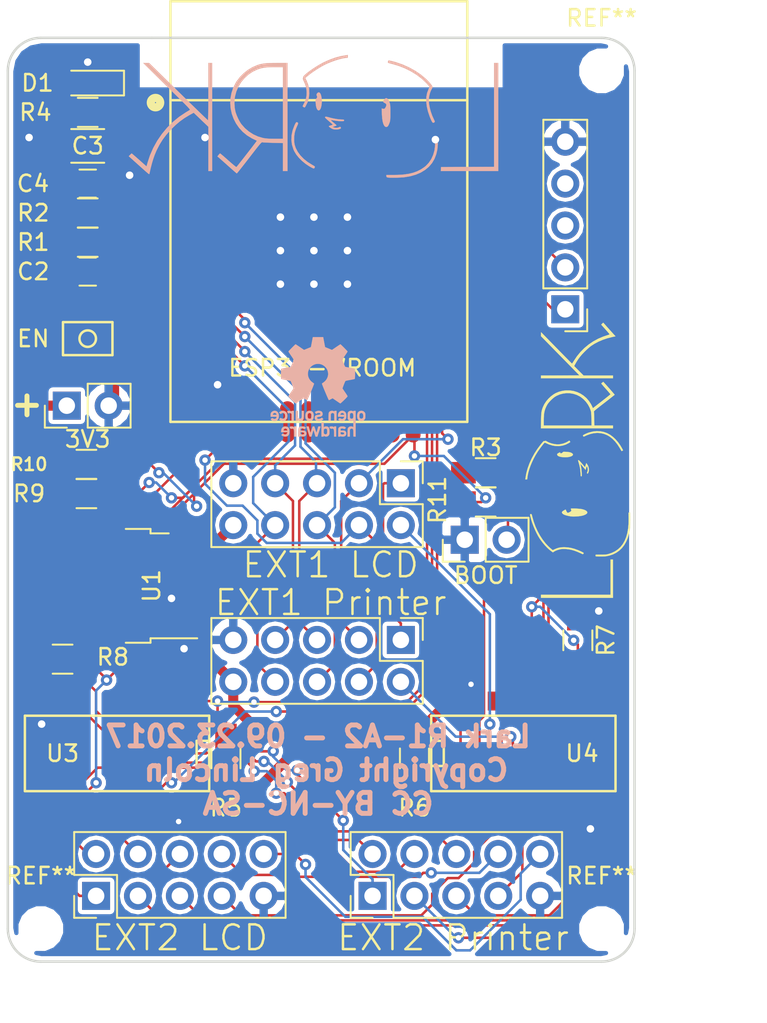
<source format=kicad_pcb>
(kicad_pcb (version 4) (host pcbnew 4.0.7-e2-6376~58~ubuntu16.04.1)
  (layers (0 F.Cu signal) (31 B.Cu signal) (36 B.SilkS user) (37 F.SilkS user) (38 B.Mask user) (39 F.Mask user) (44 Edge.Cuts user))
  (net 0 "")
  (net 1 /EN)
  (net 2 GND)
  (net 3 +3V3)
  (net 4 +5V)
  (net 5 /LCD7)
  (net 6 /LCD6)
  (net 7 /LCD5)
  (net 8 /LCD4)
  (net 9 /LCD_RS)
  (net 10 /LCD_EN)
  (net 11 /ENC_BTN_I)
  (net 12 /BEEP)
  (net 13 /SD_MISO_I)
  (net 14 /SD_SCK_I)
  (net 15 /ENC_2_I)
  (net 16 /SD_SS_I)
  (net 17 /ENC_1_I)
  (net 18 /SD_MOSI_I)
  (net 19 /SD_DETECT_I)
  (net 20 /RESET)
  (net 21 /KILL)
  (net 22 /ENC_BTN_O)
  (net 23 /SD_MISO_O)
  (net 24 /SD_SCK_O)
  (net 25 /ENC_2_O)
  (net 26 /SD_SS_O)
  (net 27 /ENC_1_O)
  (net 28 /SD_MOSI_O)
  (net 29 /SD_DETECT_O)
  (net 30 /ESP_TX)
  (net 31 /ESP_RX)
  (net 32 /BOOT)
  (net 33 /SD_MUX_S)
  (net 34 /ENC_MUX_S)
  (net 35 "Net-(U2-Pad32)")
  (net 36 /ESP_ENC_2)
  (net 37 /ESP_ENC_1)
  (net 38 /ESP_ENC_BTN)
  (net 39 /ESP_SD_SS)
  (net 40 /ESP_SPI_MOSI)
  (net 41 /ESP_SPI_MISO)
  (net 42 /ESP_SPI_SCK)
  (net 43 "Net-(U2-Pad22)")
  (net 44 "Net-(U2-Pad21)")
  (net 45 "Net-(U2-Pad20)")
  (net 46 "Net-(U2-Pad19)")
  (net 47 "Net-(U2-Pad18)")
  (net 48 "Net-(U2-Pad17)")
  (net 49 "Net-(U4-Pad14)")
  (net 50 "Net-(U4-Pad13)")
  (net 51 "Net-(U4-Pad12)")
  (net 52 "Net-(J7-Pad2)")
  (net 53 "Net-(D1-Pad2)")
  (net 54 "Net-(U2-Pad14)")
  (net 55 "Net-(U2-Pad12)")
  (net 56 "Net-(U2-Pad9)")
  (net 57 "Net-(U2-Pad8)")
  (net 58 "Net-(U2-Pad11)")
  (net 59 "Net-(U2-Pad10)")
  (net 60 "Net-(J5-Pad3)")
  (net 61 "Net-(J5-Pad4)")
  (net 62 "Net-(J6-Pad1)")
  (module Mounting_Holes:MountingHole_2.2mm_M2 (layer F.Cu) (at 146 130)
    (fp_text reference REF** (at 0 -3.2) (layer F.SilkS))
    (fp_text value MountingHole_2.2mm_M2)
    (pad 1 np_thru_hole circle (at 0 0) (size 2.2 2.2) (drill 2.2) (layers *.Cu *.Mask))
  )
  (module Mounting_Holes:MountingHole_2.2mm_M2 (layer F.Cu) (at 180 130)
    (fp_text reference REF** (at 0 -3.2) (layer F.SilkS))
    (fp_text value MountingHole_2.2mm_M2)
    (pad 1 np_thru_hole circle (at 0 0) (size 2.2 2.2) (drill 2.2) (layers *.Cu *.Mask))
  )
  (module SMD_Packages:SO-16-N (layer F.Cu) (at 175.26 119.38)
    (fp_text reference U4 (at 3.556 0) (layer F.SilkS))
    (fp_text value CBT3257A)
    (pad 16 smd rect (at -4.445 -3.175) (size 0.508 1.143) (layers F.Cu F.Mask) (net 4 +5V))
    (pad 14 smd rect (at -1.905 -3.175) (size 0.508 1.143) (layers F.Cu F.Mask) (net 49 "Net-(U4-Pad14)"))
    (pad 13 smd rect (at -0.635 -3.175) (size 0.508 1.143) (layers F.Cu F.Mask) (net 50 "Net-(U4-Pad13)"))
    (pad 12 smd rect (at 0.635 -3.175) (size 0.508 1.143) (layers F.Cu F.Mask) (net 51 "Net-(U4-Pad12)"))
    (pad 11 smd rect (at 1.905 -3.175) (size 0.508 1.143) (layers F.Cu F.Mask) (net 36 /ESP_ENC_2))
    (pad 10 smd rect (at 3.175 -3.175) (size 0.508 1.143) (layers F.Cu F.Mask) (net 15 /ENC_2_I))
    (pad 9 smd rect (at 4.445 -3.175) (size 0.508 1.143) (layers F.Cu F.Mask) (net 25 /ENC_2_O))
    (pad 8 smd rect (at 4.445 3.175) (size 0.508 1.143) (layers F.Cu F.Mask) (net 2 GND))
    (pad 7 smd rect (at 3.175 3.175) (size 0.508 1.143) (layers F.Cu F.Mask) (net 27 /ENC_1_O))
    (pad 6 smd rect (at 1.905 3.175) (size 0.508 1.143) (layers F.Cu F.Mask) (net 17 /ENC_1_I))
    (pad 5 smd rect (at 0.635 3.175) (size 0.508 1.143) (layers F.Cu F.Mask) (net 37 /ESP_ENC_1))
    (pad 4 smd rect (at -0.635 3.175) (size 0.508 1.143) (layers F.Cu F.Mask) (net 11 /ENC_BTN_I))
    (pad 3 smd rect (at -1.905 3.175) (size 0.508 1.143) (layers F.Cu F.Mask) (net 22 /ENC_BTN_O))
    (pad 2 smd rect (at -3.175 3.175) (size 0.508 1.143) (layers F.Cu F.Mask) (net 38 /ESP_ENC_BTN))
    (pad 1 smd rect (at -4.445 3.175) (size 0.508 1.143) (layers F.Cu F.Mask) (net 34 /ENC_MUX_S))
    (pad 15 smd rect (at -3.175 -3.175) (size 0.508 1.143) (layers F.Cu F.Mask) (net 2 GND))
  )
  (module Capacitors_SMD:C_0805_HandSoldering (layer F.Cu) (at 148.844 90.17 180)
    (fp_text reference C2 (at 3.302 0 180) (layer F.SilkS))
    (fp_text value 1nf)
    (pad 1 smd rect (at -1.25 0 180) (size 1.5 1.25) (layers F.Cu F.Mask) (net 1 /EN))
    (pad 2 smd rect (at 1.25 0 180) (size 1.5 1.25) (layers F.Cu F.Mask) (net 2 GND))
  )
  (module Capacitors_SMD:C_0805_HandSoldering (layer F.Cu) (at 148.844 84.836 180)
    (fp_text reference C4 (at 3.322 0 180) (layer F.SilkS))
    (fp_text value 1uf)
    (pad 1 smd rect (at -1.25 0 180) (size 1.5 1.25) (layers F.Cu F.Mask) (net 2 GND))
    (pad 2 smd rect (at 1.25 0 180) (size 1.5 1.25) (layers F.Cu F.Mask) (net 3 +3V3))
  )
  (module Resistors_SMD:R_0805_HandSoldering (layer F.Cu) (at 148.844 88.392 180)
    (fp_text reference R1 (at 3.302 0 180) (layer F.SilkS))
    (fp_text value 680)
    (pad 1 smd rect (at -1.35 0 180) (size 1.5 1.3) (layers F.Cu F.Mask) (net 1 /EN))
    (pad 2 smd rect (at 1.35 0 180) (size 1.5 1.3) (layers F.Cu F.Mask) (net 62 "Net-(J6-Pad1)"))
  )
  (module Resistors_SMD:R_0805_HandSoldering (layer F.Cu) (at 148.844 86.614)
    (fp_text reference R2 (at -3.302 0) (layer F.SilkS))
    (fp_text value 10K)
    (pad 1 smd rect (at -1.35 0) (size 1.5 1.3) (layers F.Cu F.Mask) (net 3 +3V3))
    (pad 2 smd rect (at 1.35 0) (size 1.5 1.3) (layers F.Cu F.Mask) (net 1 /EN))
  )
  (module Resistors_SMD:R_0805_HandSoldering (layer F.Cu) (at 172.974 102.362)
    (fp_text reference R3 (at 0 -1.524) (layer F.SilkS))
    (fp_text value 680)
    (pad 1 smd rect (at -1.35 0) (size 1.5 1.3) (layers F.Cu F.Mask) (net 32 /BOOT))
    (pad 2 smd rect (at 1.35 0) (size 1.5 1.3) (layers F.Cu F.Mask) (net 52 "Net-(J7-Pad2)"))
  )
  (module TO_SOT_Packages_SMD:TO-252-2 (layer F.Cu) (at 150.182 109.22 180)
    (fp_text reference U1 (at -2.54 0 270) (layer F.SilkS))
    (fp_text value LM1117-3.3)
    (pad 1 smd rect (at -4.2 -2.28 180) (size 2.2 1.2) (layers F.Cu F.Mask) (net 2 GND))
    (pad 3 smd rect (at -4.2 2.28 180) (size 2.2 1.2) (layers F.Cu F.Mask) (net 4 +5V))
    (pad 2 smd rect (at 2.1 0 180) (size 6.4 5.8) (layers F.Cu F.Mask) (net 3 +3V3))
    (pad 2 smd rect (at 3.775 1.525 180) (size 3.05 2.75) (layers F.Cu) (net 3 +3V3))
    (pad 2 smd rect (at 0.425 -1.525 180) (size 3.05 2.75) (layers F.Cu) (net 3 +3V3))
    (pad 2 smd rect (at 3.775 -1.525 180) (size 3.05 2.75) (layers F.Cu) (net 3 +3V3))
    (pad 2 smd rect (at 0.425 1.525 180) (size 3.05 2.75) (layers F.Cu) (net 3 +3V3))
  )
  (module ESP32-footprints-Lib:ESP32-WROOM (layer F.Cu) (at 162.86 86.53 180)
    (fp_text reference U2 hide)
    (fp_text value ESP32-WROOM)
    (fp_text user ESP32-WROOM (at -0.208 -9.482 360) (layer F.SilkS))
    (pad 38 smd oval (at -9 5.25 180) (size 2.5 0.9) (layers F.Cu F.Mask) (net 2 GND))
    (pad 37 smd oval (at -9 3.98 180) (size 2.5 0.9) (layers F.Cu F.Mask) (net 33 /SD_MUX_S))
    (pad 36 smd oval (at -9 2.71 180) (size 2.5 0.9) (layers F.Cu F.Mask) (net 39 /ESP_SD_SS))
    (pad 35 smd oval (at -9 1.44 180) (size 2.5 0.9) (layers F.Cu F.Mask) (net 30 /ESP_TX))
    (pad 34 smd oval (at -9 0.17 180) (size 2.5 0.9) (layers F.Cu F.Mask) (net 31 /ESP_RX))
    (pad 33 smd oval (at -9 -1.1 180) (size 2.5 0.9) (layers F.Cu F.Mask) (net 34 /ENC_MUX_S))
    (pad 32 smd oval (at -9 -2.37 180) (size 2.5 0.9) (layers F.Cu F.Mask) (net 35 "Net-(U2-Pad32)"))
    (pad 31 smd oval (at -9 -3.64 180) (size 2.5 0.9) (layers F.Cu F.Mask) (net 36 /ESP_ENC_2))
    (pad 30 smd oval (at -9 -4.91 180) (size 2.5 0.9) (layers F.Cu F.Mask) (net 37 /ESP_ENC_1))
    (pad 29 smd oval (at -9 -6.18 180) (size 2.5 0.9) (layers F.Cu F.Mask) (net 29 /SD_DETECT_O))
    (pad 28 smd oval (at -9 -7.45 180) (size 2.5 0.9) (layers F.Cu F.Mask) (net 19 /SD_DETECT_I))
    (pad 27 smd oval (at -9 -8.72 180) (size 2.5 0.9) (layers F.Cu F.Mask) (net 38 /ESP_ENC_BTN))
    (pad 26 smd oval (at -9 -9.99 180) (size 2.5 0.9) (layers F.Cu F.Mask) (net 10 /LCD_EN))
    (pad 25 smd oval (at -9 -11.26 180) (size 2.5 0.9) (layers F.Cu F.Mask) (net 32 /BOOT))
    (pad 24 smd oval (at -5.715 -12.75 180) (size 0.9 2.5) (layers F.Cu F.Mask) (net 41 /ESP_SPI_MISO))
    (pad 23 smd oval (at -4.445 -12.75 180) (size 0.9 2.5) (layers F.Cu F.Mask) (net 40 /ESP_SPI_MOSI))
    (pad 22 smd oval (at -3.175 -12.75 180) (size 0.9 2.5) (layers F.Cu F.Mask) (net 43 "Net-(U2-Pad22)"))
    (pad 21 smd oval (at -1.905 -12.75 180) (size 0.9 2.5) (layers F.Cu F.Mask) (net 44 "Net-(U2-Pad21)"))
    (pad 20 smd oval (at -0.635 -12.75 180) (size 0.9 2.5) (layers F.Cu F.Mask) (net 45 "Net-(U2-Pad20)"))
    (pad 19 smd oval (at 0.635 -12.75 180) (size 0.9 2.5) (layers F.Cu F.Mask) (net 46 "Net-(U2-Pad19)"))
    (pad 18 smd oval (at 1.905 -12.75 180) (size 0.9 2.5) (layers F.Cu F.Mask) (net 47 "Net-(U2-Pad18)"))
    (pad 17 smd oval (at 3.175 -12.75 180) (size 0.9 2.5) (layers F.Cu F.Mask) (net 48 "Net-(U2-Pad17)"))
    (pad 16 smd oval (at 4.445 -12.75 180) (size 0.9 2.5) (layers F.Cu F.Mask) (net 9 /LCD_RS))
    (pad 15 smd oval (at 5.715 -12.75 180) (size 0.9 2.5) (layers F.Cu F.Mask) (net 2 GND))
    (pad 14 smd oval (at 9 -11.26 180) (size 2.5 0.9) (layers F.Cu F.Mask) (net 54 "Net-(U2-Pad14)"))
    (pad 13 smd oval (at 9 -9.99 180) (size 2.5 0.9) (layers F.Cu F.Mask) (net 42 /ESP_SPI_SCK))
    (pad 12 smd oval (at 9 -8.72 180) (size 2.5 0.9) (layers F.Cu F.Mask) (net 55 "Net-(U2-Pad12)"))
    (pad 11 smd oval (at 9 -7.45 180) (size 2.5 0.9) (layers F.Cu F.Mask) (net 58 "Net-(U2-Pad11)"))
    (pad 10 smd oval (at 9 -6.18 180) (size 2.5 0.9) (layers F.Cu F.Mask) (net 59 "Net-(U2-Pad10)"))
    (pad 9 smd oval (at 9 -4.91 180) (size 2.5 0.9) (layers F.Cu F.Mask) (net 56 "Net-(U2-Pad9)"))
    (pad 8 smd oval (at 9 -3.64 180) (size 2.5 0.9) (layers F.Cu F.Mask) (net 57 "Net-(U2-Pad8)"))
    (pad 7 smd oval (at 9 -2.37 180) (size 2.5 0.9) (layers F.Cu F.Mask) (net 5 /LCD7))
    (pad 6 smd oval (at 9 -1.1 180) (size 2.5 0.9) (layers F.Cu F.Mask) (net 6 /LCD6))
    (pad 5 smd oval (at 9 0.17 180) (size 2.5 0.9) (layers F.Cu F.Mask) (net 8 /LCD4))
    (pad 4 smd oval (at 9 1.44 180) (size 2.5 0.9) (layers F.Cu F.Mask) (net 7 /LCD5))
    (pad 3 smd oval (at 9 2.71 180) (size 2.5 0.9) (layers F.Cu F.Mask) (net 1 /EN))
    (pad 2 smd oval (at 9 3.98 180) (size 2.5 0.9) (layers F.Cu F.Mask) (net 3 +3V3))
    (pad 1 smd oval (at 9 5.25 180) (size 2.5 0.9) (layers F.Cu F.Mask) (net 2 GND))
    (pad 39 smd rect (at 0.3 -2.45 180) (size 6 6) (layers F.Cu F.Mask) (net 2 GND))
  )
  (module SMD_Packages:SO-16-N (layer F.Cu) (at 150.622 119.38 180)
    (fp_text reference U3 (at 3.302 0 180) (layer F.SilkS))
    (fp_text value CBT3257A)
    (pad 16 smd rect (at -4.445 -3.175 180) (size 0.508 1.143) (layers F.Cu F.Mask) (net 4 +5V))
    (pad 14 smd rect (at -1.905 -3.175 180) (size 0.508 1.143) (layers F.Cu F.Mask) (net 39 /ESP_SD_SS))
    (pad 13 smd rect (at -0.635 -3.175 180) (size 0.508 1.143) (layers F.Cu F.Mask) (net 26 /SD_SS_O))
    (pad 12 smd rect (at 0.635 -3.175 180) (size 0.508 1.143) (layers F.Cu F.Mask) (net 16 /SD_SS_I))
    (pad 11 smd rect (at 1.905 -3.175 180) (size 0.508 1.143) (layers F.Cu F.Mask) (net 42 /ESP_SPI_SCK))
    (pad 10 smd rect (at 3.175 -3.175 180) (size 0.508 1.143) (layers F.Cu F.Mask) (net 24 /SD_SCK_O))
    (pad 9 smd rect (at 4.445 -3.175 180) (size 0.508 1.143) (layers F.Cu F.Mask) (net 14 /SD_SCK_I))
    (pad 8 smd rect (at 4.445 3.175 180) (size 0.508 1.143) (layers F.Cu F.Mask) (net 2 GND))
    (pad 7 smd rect (at 3.175 3.175 180) (size 0.508 1.143) (layers F.Cu F.Mask) (net 18 /SD_MOSI_I))
    (pad 6 smd rect (at 1.905 3.175 180) (size 0.508 1.143) (layers F.Cu F.Mask) (net 28 /SD_MOSI_O))
    (pad 5 smd rect (at 0.635 3.175 180) (size 0.508 1.143) (layers F.Cu F.Mask) (net 40 /ESP_SPI_MOSI))
    (pad 4 smd rect (at -0.635 3.175 180) (size 0.508 1.143) (layers F.Cu F.Mask) (net 13 /SD_MISO_I))
    (pad 3 smd rect (at -1.905 3.175 180) (size 0.508 1.143) (layers F.Cu F.Mask) (net 23 /SD_MISO_O))
    (pad 2 smd rect (at -3.175 3.175 180) (size 0.508 1.143) (layers F.Cu F.Mask) (net 41 /ESP_SPI_MISO))
    (pad 1 smd rect (at -4.445 3.175 180) (size 0.508 1.143) (layers F.Cu F.Mask) (net 33 /SD_MUX_S))
    (pad 15 smd rect (at -3.175 -3.175 180) (size 0.508 1.143) (layers F.Cu F.Mask) (net 2 GND))
  )
  (module Pin_Headers:Pin_Header_Straight_1x02_Pitch2.54mm (layer F.Cu) (at 171.704 106.426 90)
    (fp_text reference J7 hide)
    (fp_text value BOOT (at -2.159 1.27 180) (layer F.SilkS))
    (pad 1 thru_hole rect (at 0 0 90) (size 1.7 1.7) (drill 1) (layers *.Cu *.Mask) (net 2 GND))
    (pad 2 thru_hole oval (at 0 2.54 90) (size 1.7 1.7) (drill 1) (layers *.Cu *.Mask) (net 52 "Net-(J7-Pad2)"))
  )
  (module Pin_Headers:Pin_Header_Straight_1x02_Pitch2.54mm (layer F.Cu) (at 147.574 98.298 90)
    (fp_text reference J8 hide)
    (fp_text value 3V3 (at -2.032 1.27 180) (layer F.SilkS))
    (pad 1 thru_hole rect (at 0 0 90) (size 1.7 1.7) (drill 1) (layers *.Cu *.Mask) (net 3 +3V3))
    (pad 2 thru_hole oval (at 0 2.54 90) (size 1.7 1.7) (drill 1) (layers *.Cu *.Mask) (net 2 GND))
  )
  (module LEDs:LED_0805_HandSoldering (layer F.Cu) (at 148.844 78.74 180)
    (fp_text reference D1 (at 3.048 0 180) (layer F.SilkS))
    (fp_text value LED)
    (pad 1 smd rect (at -1.35 0 180) (size 1.5 1.3) (layers F.Cu F.Mask) (net 2 GND))
    (pad 2 smd rect (at 1.35 0 180) (size 1.5 1.3) (layers F.Cu F.Mask) (net 53 "Net-(D1-Pad2)"))
  )
  (module Resistors_SMD:R_0805_HandSoldering (layer F.Cu) (at 148.844 80.518)
    (fp_text reference R4 (at -3.175 0) (layer F.SilkS))
    (fp_text value 680)
    (pad 1 smd rect (at -1.35 0) (size 1.5 1.3) (layers F.Cu F.Mask) (net 53 "Net-(D1-Pad2)"))
    (pad 2 smd rect (at 1.35 0) (size 1.5 1.3) (layers F.Cu F.Mask) (net 3 +3V3))
  )
  (module Resistors_SMD:R_0805_HandSoldering (layer F.Cu) (at 157.226 119.681 270)
    (fp_text reference R5 (at 3.001 0 360) (layer F.SilkS))
    (fp_text value 10K)
    (pad 1 smd rect (at -1.35 0 270) (size 1.5 1.3) (layers F.Cu F.Mask) (net 33 /SD_MUX_S))
    (pad 2 smd rect (at 1.35 0 270) (size 1.5 1.3) (layers F.Cu F.Mask) (net 4 +5V))
  )
  (module Resistors_SMD:R_0805_HandSoldering (layer F.Cu) (at 168.656 119.681 90)
    (fp_text reference R6 (at -3.001 0 180) (layer F.SilkS))
    (fp_text value 10K)
    (pad 1 smd rect (at -1.35 0 90) (size 1.5 1.3) (layers F.Cu F.Mask) (net 34 /ENC_MUX_S))
    (pad 2 smd rect (at 1.35 0 90) (size 1.5 1.3) (layers F.Cu F.Mask) (net 4 +5V))
  )
  (module Resistors_SMD:R_0805_HandSoldering (layer F.Cu) (at 178.562 112.522 270)
    (fp_text reference R7 (at 0 -1.7 270) (layer F.SilkS))
    (fp_text value 10K)
    (pad 1 smd rect (at -1.35 0 270) (size 1.5 1.3) (layers F.Cu F.Mask) (net 2 GND))
    (pad 2 smd rect (at 1.35 0 270) (size 1.5 1.3) (layers F.Cu F.Mask) (net 29 /SD_DETECT_O))
  )
  (module Pin_Headers:Pin_Header_Straight_2x05_Pitch2.54mm (layer F.Cu) (at 166.116 128.016 90)
    (fp_text reference J4 hide)
    (fp_text value "EXT2 Printer" (at -2.54 4.884 180) (layer F.SilkS) (effects (font (size 1.5 1.5))))
    (pad 1 thru_hole rect (at 0 0 90) (size 1.7 1.7) (drill 1) (layers *.Cu *.Mask) (net 23 /SD_MISO_O))
    (pad 2 thru_hole oval (at 2.54 0 90) (size 1.7 1.7) (drill 1) (layers *.Cu *.Mask) (net 24 /SD_SCK_O))
    (pad 3 thru_hole oval (at 0 2.54 90) (size 1.7 1.7) (drill 1) (layers *.Cu *.Mask) (net 25 /ENC_2_O))
    (pad 4 thru_hole oval (at 2.54 2.54 90) (size 1.7 1.7) (drill 1) (layers *.Cu *.Mask) (net 26 /SD_SS_O))
    (pad 5 thru_hole oval (at 0 5.08 90) (size 1.7 1.7) (drill 1) (layers *.Cu *.Mask) (net 27 /ENC_1_O))
    (pad 6 thru_hole oval (at 2.54 5.08 90) (size 1.7 1.7) (drill 1) (layers *.Cu *.Mask) (net 28 /SD_MOSI_O))
    (pad 7 thru_hole oval (at 0 7.62 90) (size 1.7 1.7) (drill 1) (layers *.Cu *.Mask) (net 29 /SD_DETECT_O))
    (pad 8 thru_hole oval (at 2.54 7.62 90) (size 1.7 1.7) (drill 1) (layers *.Cu *.Mask) (net 20 /RESET))
    (pad 9 thru_hole oval (at 0 10.16 90) (size 1.7 1.7) (drill 1) (layers *.Cu *.Mask) (net 2 GND))
    (pad 10 thru_hole oval (at 2.54 10.16 90) (size 1.7 1.7) (drill 1) (layers *.Cu *.Mask) (net 21 /KILL))
  )
  (module Pin_Headers:Pin_Header_Straight_2x05_Pitch2.54mm (layer F.Cu) (at 149.352 128.016 90)
    (fp_text reference J2 hide)
    (fp_text value "EXT2 LCD" (at -2.54 5.08 180) (layer F.SilkS) (effects (font (size 1.5 1.5))))
    (pad 1 thru_hole rect (at 0 0 90) (size 1.7 1.7) (drill 1) (layers *.Cu *.Mask) (net 13 /SD_MISO_I))
    (pad 2 thru_hole oval (at 2.54 0 90) (size 1.7 1.7) (drill 1) (layers *.Cu *.Mask) (net 14 /SD_SCK_I))
    (pad 3 thru_hole oval (at 0 2.54 90) (size 1.7 1.7) (drill 1) (layers *.Cu *.Mask) (net 15 /ENC_2_I))
    (pad 4 thru_hole oval (at 2.54 2.54 90) (size 1.7 1.7) (drill 1) (layers *.Cu *.Mask) (net 16 /SD_SS_I))
    (pad 5 thru_hole oval (at 0 5.08 90) (size 1.7 1.7) (drill 1) (layers *.Cu *.Mask) (net 17 /ENC_1_I))
    (pad 6 thru_hole oval (at 2.54 5.08 90) (size 1.7 1.7) (drill 1) (layers *.Cu *.Mask) (net 18 /SD_MOSI_I))
    (pad 7 thru_hole oval (at 0 7.62 90) (size 1.7 1.7) (drill 1) (layers *.Cu *.Mask) (net 19 /SD_DETECT_I))
    (pad 8 thru_hole oval (at 2.54 7.62 90) (size 1.7 1.7) (drill 1) (layers *.Cu *.Mask) (net 20 /RESET))
    (pad 9 thru_hole oval (at 0 10.16 90) (size 1.7 1.7) (drill 1) (layers *.Cu *.Mask) (net 2 GND))
    (pad 10 thru_hole oval (at 2.54 10.16 90) (size 1.7 1.7) (drill 1) (layers *.Cu *.Mask) (net 21 /KILL))
  )
  (module Pin_Headers:Pin_Header_Straight_2x05_Pitch2.54mm (layer F.Cu) (at 167.83 112.5 270)
    (fp_text reference J1 hide)
    (fp_text value "EXT1 Printer" (at -2.264 4.254 360) (layer F.SilkS) (effects (font (size 1.5 1.5))))
    (pad 1 thru_hole rect (at 0 0 270) (size 1.7 1.7) (drill 1) (layers *.Cu *.Mask) (net 12 /BEEP))
    (pad 2 thru_hole oval (at 2.54 0 270) (size 1.7 1.7) (drill 1) (layers *.Cu *.Mask) (net 11 /ENC_BTN_I))
    (pad 3 thru_hole oval (at 0 2.54 270) (size 1.7 1.7) (drill 1) (layers *.Cu *.Mask) (net 10 /LCD_EN))
    (pad 4 thru_hole oval (at 2.54 2.54 270) (size 1.7 1.7) (drill 1) (layers *.Cu *.Mask) (net 9 /LCD_RS))
    (pad 5 thru_hole oval (at 0 5.08 270) (size 1.7 1.7) (drill 1) (layers *.Cu *.Mask) (net 8 /LCD4))
    (pad 6 thru_hole oval (at 2.54 5.08 270) (size 1.7 1.7) (drill 1) (layers *.Cu *.Mask) (net 7 /LCD5))
    (pad 7 thru_hole oval (at 0 7.62 270) (size 1.7 1.7) (drill 1) (layers *.Cu *.Mask) (net 6 /LCD6))
    (pad 8 thru_hole oval (at 2.54 7.62 270) (size 1.7 1.7) (drill 1) (layers *.Cu *.Mask) (net 5 /LCD7))
    (pad 9 thru_hole oval (at 0 10.16 270) (size 1.7 1.7) (drill 1) (layers *.Cu *.Mask) (net 2 GND))
    (pad 10 thru_hole oval (at 2.54 10.16 270) (size 1.7 1.7) (drill 1) (layers *.Cu *.Mask) (net 4 +5V))
  )
  (module Pin_Headers:Pin_Header_Straight_2x05_Pitch2.54mm (layer F.Cu) (at 167.83 103 270)
    (fp_text reference J3 hide)
    (fp_text value "EXT1 LCD" (at 4.95 4.254 360) (layer F.SilkS) (effects (font (size 1.5 1.5))))
    (pad 1 thru_hole rect (at 0 0 270) (size 1.7 1.7) (drill 1) (layers *.Cu *.Mask) (net 12 /BEEP))
    (pad 2 thru_hole oval (at 2.54 0 270) (size 1.7 1.7) (drill 1) (layers *.Cu *.Mask) (net 22 /ENC_BTN_O))
    (pad 3 thru_hole oval (at 0 2.54 270) (size 1.7 1.7) (drill 1) (layers *.Cu *.Mask) (net 10 /LCD_EN))
    (pad 4 thru_hole oval (at 2.54 2.54 270) (size 1.7 1.7) (drill 1) (layers *.Cu *.Mask) (net 9 /LCD_RS))
    (pad 5 thru_hole oval (at 0 5.08 270) (size 1.7 1.7) (drill 1) (layers *.Cu *.Mask) (net 8 /LCD4))
    (pad 6 thru_hole oval (at 2.54 5.08 270) (size 1.7 1.7) (drill 1) (layers *.Cu *.Mask) (net 7 /LCD5))
    (pad 7 thru_hole oval (at 0 7.62 270) (size 1.7 1.7) (drill 1) (layers *.Cu *.Mask) (net 6 /LCD6))
    (pad 8 thru_hole oval (at 2.54 7.62 270) (size 1.7 1.7) (drill 1) (layers *.Cu *.Mask) (net 5 /LCD7))
    (pad 9 thru_hole oval (at 0 10.16 270) (size 1.7 1.7) (drill 1) (layers *.Cu *.Mask) (net 2 GND))
    (pad 10 thru_hole oval (at 2.54 10.16 270) (size 1.7 1.7) (drill 1) (layers *.Cu *.Mask) (net 4 +5V))
  )
  (module Capacitors_SMD:C_1206_HandSoldering (layer F.Cu) (at 148.844 82.55)
    (fp_text reference C3 (at 0 0) (layer F.SilkS))
    (fp_text value 100uF)
    (pad 1 smd rect (at -2 0) (size 2 1.6) (layers F.Cu F.Mask) (net 2 GND))
    (pad 2 smd rect (at 2 0) (size 2 1.6) (layers F.Cu F.Mask) (net 3 +3V3))
  )
  (module Resistors_SMD:R_0805_HandSoldering (layer F.Cu) (at 147.32 113.665)
    (fp_text reference R8 (at 3.048 -0.127) (layer F.SilkS))
    (fp_text value 10K)
    (pad 1 smd rect (at -1.35 0) (size 1.5 1.3) (layers F.Cu F.Mask) (net 3 +3V3))
    (pad 2 smd rect (at 1.35 0) (size 1.5 1.3) (layers F.Cu F.Mask) (net 42 /ESP_SPI_SCK))
  )
  (module Resistors_SMD:R_0805_HandSoldering (layer F.Cu) (at 148.764 103.632)
    (fp_text reference R9 (at -3.476 0) (layer F.SilkS))
    (fp_text value 10K)
    (pad 1 smd rect (at -1.35 0) (size 1.5 1.3) (layers F.Cu F.Mask) (net 3 +3V3))
    (pad 2 smd rect (at 1.35 0) (size 1.5 1.3) (layers F.Cu F.Mask) (net 40 /ESP_SPI_MOSI))
  )
  (module Resistors_SMD:R_0805_HandSoldering (layer F.Cu) (at 148.764 101.854)
    (fp_text reference R10 (at -3.476 0) (layer F.SilkS) (effects (font (size 0.762 0.762))))
    (fp_text value 10K)
    (pad 1 smd rect (at -1.35 0) (size 1.5 1.3) (layers F.Cu F.Mask) (net 3 +3V3))
    (pad 2 smd rect (at 1.35 0) (size 1.5 1.3) (layers F.Cu F.Mask) (net 41 /ESP_SPI_MISO))
  )
  (module Resistors_SMD:R_0805_HandSoldering (layer F.Cu) (at 172.974 104.14)
    (fp_text reference R11 (at -2.921 -0.127 90) (layer F.SilkS))
    (fp_text value 680)
    (pad 1 smd rect (at -1.35 0) (size 1.5 1.3) (layers F.Cu F.Mask) (net 41 /ESP_SPI_MISO))
    (pad 2 smd rect (at 1.35 0) (size 1.5 1.3) (layers F.Cu F.Mask) (net 52 "Net-(J7-Pad2)"))
  )
  (module Pin_Headers:Pin_Header_Straight_1x05_Pitch2.54mm (layer F.Cu) (at 177.8 92.456 180)
    (fp_text reference J5 hide)
    (fp_text value UART)
    (pad 1 thru_hole rect (at 0 0 180) (size 1.7 1.7) (drill 1) (layers *.Cu *.Mask) (net 31 /ESP_RX))
    (pad 2 thru_hole oval (at 0 2.54 180) (size 1.7 1.7) (drill 1) (layers *.Cu *.Mask) (net 30 /ESP_TX))
    (pad 3 thru_hole oval (at 0 5.08 180) (size 1.7 1.7) (drill 1) (layers *.Cu *.Mask) (net 60 "Net-(J5-Pad3)"))
    (pad 4 thru_hole oval (at 0 7.62 180) (size 1.7 1.7) (drill 1) (layers *.Cu *.Mask) (net 61 "Net-(J5-Pad4)"))
    (pad 5 thru_hole oval (at 0 10.16 180) (size 1.7 1.7) (drill 1) (layers *.Cu *.Mask) (net 2 GND))
  )
  (module LarkyPrint:LOGO (layer B.Cu) (at 162.56 80.772 180)
    (fp_text reference G*** hide)
    (fp_text value LOGO hide)
  )
  (module LarkyPrint:LOGO_17x8 (layer F.Cu) (at 178.562 101.6 90)
    (fp_text reference G*** hide)
    (fp_text value LOGO hide)
  )
  (module Symbols:OSHW-Logo_5.7x6mm_SilkScreen (layer B.Cu) (at 162.814 97.155 180)
    (fp_text reference REF*** hide)
    (fp_text value OSHW-Logo_5.7x6mm_SilkScreen hide)
  )
  (module Mounting_Holes:MountingHole_2.2mm_M2 (layer F.Cu) (at 180 78)
    (fp_text reference REF** (at 0 -3.2) (layer F.SilkS))
    (fp_text value MountingHole_2.2mm_M2)
    (pad 1 np_thru_hole circle (at 0 0) (size 2.2 2.2) (drill 2.2) (layers *.Cu *.Mask))
  )
  (module LarkyPrint:KXT131LHS (layer F.Cu) (at 148.844 94.234)
    (fp_text reference J6 hide)
    (fp_text value EN (at -3.302 0) (layer F.SilkS))
    (pad 2 smd rect (at 1.6 0) (size 0.6 1.5) (layers F.Cu F.Mask) (net 2 GND))
    (pad 1 smd rect (at -1.6 0) (size 0.6 1.5) (layers F.Cu F.Mask) (net 62 "Net-(J6-Pad1)"))
  )
  (gr_text + (at 145.161 98.171) (layer F.SilkS) (effects (font (size 1.5 1.5) (thickness 0.3))))
  (gr_line (start 152.730114 76) (end 152.730114 76) (layer Edge.Cuts) (width 0.15))
  (gr_arc (start 146 78) (end 144 78) (angle 90) (layer Edge.Cuts) (width 0.15))
  (gr_arc (start 146 130) (end 146 132) (angle 90) (layer Edge.Cuts) (width 0.15))
  (gr_arc (start 180 130) (end 182 130) (angle 90) (layer Edge.Cuts) (width 0.15))
  (gr_arc (start 180 78) (end 180 76) (angle 90) (layer Edge.Cuts) (width 0.15))
  (gr_line (start 146 76) (end 180 76) (layer Edge.Cuts) (width 0.15))
  (gr_line (start 182 78) (end 182 130) (layer Edge.Cuts) (width 0.15))
  (gr_text "Lark R1-A2 - 09.23.2017\nCopyright Greg Lincoln \nCC BY-NC-SA" (at 162.814 120.396) (layer B.SilkS) (effects (font (size 1.27 1.27) (thickness 0.3)) (justify mirror)))
  (gr_line (start 146 132) (end 180 132) (layer Edge.Cuts) (width 0.15))
  (gr_line (start 144 78) (end 144 130) (layer Edge.Cuts) (width 0.15))
  (segment (start 150.194 86.614) (end 150.294 86.614) (width 0.1524) (layer F.Cu) (net 1))
  (segment (start 150.294 86.614) (end 153.088 83.82) (width 0.1524) (layer F.Cu) (net 1))
  (segment (start 153.088 83.82) (end 153.86 83.82) (width 0.1524) (layer F.Cu) (net 1))
  (segment (start 150.194 88.392) (end 150.194 86.614) (width 0.1524) (layer F.Cu) (net 1))
  (segment (start 150.094 90.17) (end 150.094 88.492) (width 0.1524) (layer F.Cu) (net 1))
  (segment (start 150.094 88.492) (end 150.194 88.392) (width 0.1524) (layer F.Cu) (net 1))
  (segment (start 150.444 94.234) (end 150.444 97.968) (width 0.6096) (layer F.Cu) (net 2))
  (segment (start 150.444 97.968) (end 150.114 98.298) (width 0.6096) (layer F.Cu) (net 2))
  (segment (start 147.594 90.17) (end 147.594 91.384) (width 0.6096) (layer F.Cu) (net 2))
  (segment (start 147.594 91.384) (end 150.444 94.234) (width 0.6096) (layer F.Cu) (net 2))
  (segment (start 145.732499 82.486499) (end 145.288 82.042) (width 0.6096) (layer F.Cu) (net 2))
  (segment (start 145.796 82.55) (end 145.732499 82.486499) (width 0.6096) (layer F.Cu) (net 2))
  (segment (start 146.844 82.55) (end 145.796 82.55) (width 0.6096) (layer F.Cu) (net 2))
  (via (at 145.288 82.042) (size 0.889) (drill 0.4572) (layers F.Cu B.Cu) (net 2))
  (segment (start 172.085 116.205) (end 172.085 115.189) (width 0.1524) (layer F.Cu) (net 2))
  (via (at 172.085 115.189) (size 0.6858) (drill 0.3302) (layers F.Cu B.Cu) (net 2))
  (segment (start 179.705 122.555) (end 179.705 123.571) (width 0.6096) (layer F.Cu) (net 2))
  (segment (start 179.705 123.571) (end 179.324 123.952) (width 0.6096) (layer F.Cu) (net 2))
  (via (at 179.324 123.952) (size 0.889) (drill 0.4572) (layers F.Cu B.Cu) (net 2))
  (segment (start 146.177 116.205) (end 146.177 117.475) (width 0.6096) (layer F.Cu) (net 2))
  (via (at 146.05 117.602) (size 0.889) (drill 0.4572) (layers F.Cu B.Cu) (net 2))
  (segment (start 146.177 117.475) (end 146.05 117.602) (width 0.6096) (layer F.Cu) (net 2))
  (segment (start 157.145 99.28) (end 157.145 97.455) (width 0.6096) (layer F.Cu) (net 2))
  (segment (start 157.145 97.455) (end 156.718 97.028) (width 0.6096) (layer F.Cu) (net 2))
  (via (at 156.718 97.028) (size 0.889) (drill 0.4572) (layers F.Cu B.Cu) (net 2))
  (segment (start 150.194 78.74) (end 150.114 78.74) (width 0.6096) (layer F.Cu) (net 2))
  (segment (start 150.114 78.74) (end 148.844 77.47) (width 0.6096) (layer F.Cu) (net 2))
  (via (at 148.844 77.47) (size 0.889) (drill 0.4572) (layers F.Cu B.Cu) (net 2))
  (segment (start 153.86 81.28) (end 155.194 81.28) (width 0.6096) (layer F.Cu) (net 2))
  (segment (start 155.194 81.28) (end 155.956 82.042) (width 0.6096) (layer F.Cu) (net 2))
  (via (at 155.956 82.042) (size 0.889) (drill 0.4572) (layers F.Cu B.Cu) (net 2))
  (segment (start 150.094 84.836) (end 150.876 84.836) (width 0.6096) (layer F.Cu) (net 2))
  (via (at 151.384 84.328) (size 0.889) (drill 0.4572) (layers F.Cu B.Cu) (net 2))
  (segment (start 150.876 84.836) (end 151.384 84.328) (width 0.6096) (layer F.Cu) (net 2))
  (segment (start 153.797 122.555) (end 153.797 122.95118) (width 0.1524) (layer F.Cu) (net 2))
  (segment (start 153.797 122.95118) (end 154.354447 123.508627) (width 0.1524) (layer F.Cu) (net 2))
  (via (at 154.354447 123.508627) (size 0.6858) (drill 0.3302) (layers F.Cu B.Cu) (net 2))
  (segment (start 154.382 111.5) (end 154.382 110.44) (width 0.6096) (layer F.Cu) (net 2))
  (segment (start 154.382 110.44) (end 153.924 109.982) (width 0.6096) (layer F.Cu) (net 2))
  (via (at 153.924 109.982) (size 0.889) (drill 0.4572) (layers F.Cu B.Cu) (net 2))
  (segment (start 154.382 111.5) (end 154.382 112.726) (width 0.6096) (layer F.Cu) (net 2))
  (segment (start 154.382 112.726) (end 154.686 113.03) (width 0.6096) (layer F.Cu) (net 2))
  (via (at 154.686 113.03) (size 0.889) (drill 0.4572) (layers F.Cu B.Cu) (net 2))
  (segment (start 178.562 111.172) (end 179.404 111.172) (width 0.6096) (layer F.Cu) (net 2))
  (segment (start 179.404 111.172) (end 179.832 110.744) (width 0.6096) (layer F.Cu) (net 2))
  (via (at 179.832 110.744) (size 0.889) (drill 0.4572) (layers F.Cu B.Cu) (net 2))
  (segment (start 170.815 81.28) (end 169.926 82.169) (width 0.6096) (layer F.Cu) (net 2))
  (via (at 169.926 82.169) (size 0.889) (drill 0.4572) (layers F.Cu B.Cu) (net 2))
  (segment (start 171.86 81.28) (end 170.815 81.28) (width 0.6096) (layer F.Cu) (net 2))
  (via (at 160.528 90.932) (size 0.889) (drill 0.4572) (layers F.Cu B.Cu) (net 2))
  (via (at 162.56 90.932) (size 0.889) (drill 0.4572) (layers F.Cu B.Cu) (net 2))
  (via (at 164.592 90.932) (size 0.889) (drill 0.4572) (layers F.Cu B.Cu) (net 2))
  (via (at 164.592 88.9) (size 0.889) (drill 0.4572) (layers F.Cu B.Cu) (net 2))
  (via (at 162.56 88.9) (size 0.889) (drill 0.4572) (layers F.Cu B.Cu) (net 2))
  (via (at 160.528 88.9) (size 0.889) (drill 0.4572) (layers F.Cu B.Cu) (net 2))
  (via (at 160.528 86.868) (size 0.889) (drill 0.4572) (layers F.Cu B.Cu) (net 2))
  (via (at 162.56 86.868) (size 0.889) (drill 0.4572) (layers F.Cu B.Cu) (net 2))
  (via (at 164.592 86.868) (size 0.889) (drill 0.4572) (layers F.Cu B.Cu) (net 2))
  (segment (start 145.542 98.298) (end 145.542 88.138) (width 0.6096) (layer F.Cu) (net 3))
  (segment (start 145.542 99.982) (end 145.542 98.298) (width 0.6096) (layer F.Cu) (net 3))
  (segment (start 145.542 98.298) (end 147.574 98.298) (width 0.6096) (layer F.Cu) (net 3))
  (segment (start 147.24 86.868) (end 147.574 86.534) (width 0.6096) (layer F.Cu) (net 3))
  (segment (start 147.574 86.534) (end 147.574 85.07) (width 0.6096) (layer F.Cu) (net 3))
  (segment (start 147.574 85.07) (end 147.34 84.836) (width 0.6096) (layer F.Cu) (net 3))
  (segment (start 147.34 84.836) (end 149.626 82.55) (width 0.6096) (layer F.Cu) (net 3))
  (segment (start 149.626 82.55) (end 150.844 82.55) (width 0.6096) (layer F.Cu) (net 3))
  (segment (start 147.414 101.854) (end 145.542 99.982) (width 0.6096) (layer F.Cu) (net 3))
  (segment (start 145.542 88.138) (end 147.32 86.36) (width 0.6096) (layer F.Cu) (net 3))
  (segment (start 150.194 80.518) (end 150.194 81.9) (width 0.6096) (layer F.Cu) (net 3))
  (segment (start 150.194 81.9) (end 150.844 82.55) (width 0.6096) (layer F.Cu) (net 3))
  (segment (start 150.844 82.55) (end 153.86 82.55) (width 0.6096) (layer F.Cu) (net 3))
  (segment (start 147.414 103.632) (end 147.414 106.688) (width 0.6096) (layer F.Cu) (net 3))
  (segment (start 147.414 106.688) (end 146.407 107.695) (width 0.6096) (layer F.Cu) (net 3))
  (segment (start 147.414 101.854) (end 147.414 103.632) (width 0.6096) (layer F.Cu) (net 3))
  (segment (start 145.97 113.665) (end 145.97 111.182) (width 0.6096) (layer F.Cu) (net 3))
  (segment (start 145.97 111.182) (end 146.407 110.745) (width 0.6096) (layer F.Cu) (net 3))
  (segment (start 162.814 117.7925) (end 168.2115 117.7925) (width 0.6096) (layer F.Cu) (net 4))
  (segment (start 168.2115 117.7925) (end 168.7195 118.3005) (width 0.6096) (layer F.Cu) (net 4))
  (segment (start 162.814 117.7925) (end 162.8775 117.7925) (width 0.6096) (layer F.Cu) (net 4))
  (segment (start 162.8775 117.7925) (end 158.115 122.555) (width 0.6096) (layer F.Cu) (net 4))
  (segment (start 158.115 122.555) (end 157.099 122.555) (width 0.6096) (layer F.Cu) (net 4))
  (segment (start 161.798 117.7925) (end 162.814 117.7925) (width 0.6096) (layer F.Cu) (net 4))
  (segment (start 161.798 117.7925) (end 158.981829 117.7925) (width 0.6096) (layer F.Cu) (net 4))
  (segment (start 158.981829 117.7925) (end 157.67 116.480671) (width 0.6096) (layer F.Cu) (net 4))
  (segment (start 157.67 116.480671) (end 157.67 116.242081) (width 0.6096) (layer F.Cu) (net 4))
  (segment (start 157.67 116.242081) (end 157.67 115.04) (width 0.6096) (layer F.Cu) (net 4))
  (segment (start 170.815 116.205) (end 170.782 116.205) (width 0.6096) (layer F.Cu) (net 4))
  (segment (start 170.782 116.205) (end 168.656 118.331) (width 0.6096) (layer F.Cu) (net 4))
  (segment (start 157.099 122.555) (end 155.067 122.555) (width 0.6096) (layer F.Cu) (net 4))
  (segment (start 157.226 122.428) (end 157.099 122.555) (width 0.6096) (layer F.Cu) (net 4))
  (segment (start 157.226 121.031) (end 157.226 122.428) (width 0.6096) (layer F.Cu) (net 4))
  (segment (start 155.067 122.555) (end 155.401 122.555) (width 0.6096) (layer F.Cu) (net 4))
  (segment (start 154.382 106.94) (end 156.27 106.94) (width 0.6096) (layer F.Cu) (net 4))
  (segment (start 156.27 106.94) (end 157.67 105.54) (width 0.6096) (layer F.Cu) (net 4))
  (segment (start 154.382 106.94) (end 154.882 106.94) (width 0.6096) (layer F.Cu) (net 4))
  (segment (start 154.882 106.94) (end 156.0916 108.1496) (width 0.6096) (layer F.Cu) (net 4))
  (segment (start 156.820001 114.190001) (end 157.67 115.04) (width 0.6096) (layer F.Cu) (net 4))
  (segment (start 156.0916 108.1496) (end 156.0916 113.4616) (width 0.6096) (layer F.Cu) (net 4))
  (segment (start 156.0916 113.4616) (end 156.820001 114.190001) (width 0.6096) (layer F.Cu) (net 4))
  (segment (start 160.21 105.54) (end 158.877 104.207) (width 0.1524) (layer B.Cu) (net 5))
  (segment (start 158.877 104.207) (end 158.877 102.616) (width 0.1524) (layer B.Cu) (net 5))
  (segment (start 158.877 102.616) (end 161.036 100.457) (width 0.1524) (layer B.Cu) (net 5))
  (segment (start 161.036 100.457) (end 161.036 98.552) (width 0.1524) (layer B.Cu) (net 5))
  (segment (start 161.036 98.552) (end 158.369 95.885) (width 0.1524) (layer B.Cu) (net 5))
  (segment (start 160.21 115.04) (end 159.131399 113.961399) (width 0.1524) (layer F.Cu) (net 5))
  (segment (start 159.131399 113.961399) (end 159.131399 106.618601) (width 0.1524) (layer F.Cu) (net 5))
  (segment (start 159.131399 106.618601) (end 159.360001 106.389999) (width 0.1524) (layer F.Cu) (net 5))
  (segment (start 159.360001 106.389999) (end 160.21 105.54) (width 0.1524) (layer F.Cu) (net 5))
  (segment (start 157.060876 94.576876) (end 158.026101 95.542101) (width 0.1524) (layer F.Cu) (net 5))
  (segment (start 158.026101 95.542101) (end 158.369 95.885) (width 0.1524) (layer F.Cu) (net 5))
  (segment (start 157.060876 91.300876) (end 157.060876 94.576876) (width 0.1524) (layer F.Cu) (net 5))
  (segment (start 154.66 88.9) (end 157.060876 91.300876) (width 0.1524) (layer F.Cu) (net 5))
  (segment (start 153.86 88.9) (end 154.66 88.9) (width 0.1524) (layer F.Cu) (net 5))
  (via (at 158.369 95.885) (size 0.6858) (drill 0.3302) (layers F.Cu B.Cu) (net 5))
  (segment (start 153.86 88.9) (end 153.06 88.9) (width 0.1524) (layer F.Cu) (net 5))
  (segment (start 160.21 103) (end 160.21 101.918) (width 0.1524) (layer B.Cu) (net 6))
  (segment (start 160.21 101.918) (end 161.417 100.711) (width 0.1524) (layer B.Cu) (net 6))
  (segment (start 161.417 100.711) (end 161.417 98.066533) (width 0.1524) (layer B.Cu) (net 6))
  (segment (start 161.417 98.066533) (end 158.712998 95.362531) (width 0.1524) (layer B.Cu) (net 6))
  (segment (start 158.712998 95.362531) (end 158.370099 95.019632) (width 0.1524) (layer B.Cu) (net 6))
  (segment (start 153.86 87.63) (end 154.66 87.63) (width 0.1524) (layer F.Cu) (net 6))
  (segment (start 154.66 87.63) (end 157.365687 90.335687) (width 0.1524) (layer F.Cu) (net 6))
  (segment (start 157.365687 90.335687) (end 157.365687 93.992687) (width 0.1524) (layer F.Cu) (net 6))
  (segment (start 158.370099 94.997099) (end 158.370099 95.019632) (width 0.1524) (layer F.Cu) (net 6))
  (segment (start 157.365687 93.992687) (end 158.370099 94.997099) (width 0.1524) (layer F.Cu) (net 6))
  (via (at 158.370099 95.019632) (size 0.6858) (drill 0.3302) (layers F.Cu B.Cu) (net 6))
  (segment (start 160.21 112.5) (end 161.288601 111.421399) (width 0.1524) (layer F.Cu) (net 6))
  (segment (start 161.059999 103.849999) (end 160.21 103) (width 0.1524) (layer F.Cu) (net 6))
  (segment (start 161.288601 111.421399) (end 161.288601 104.078601) (width 0.1524) (layer F.Cu) (net 6))
  (segment (start 161.288601 104.078601) (end 161.059999 103.849999) (width 0.1524) (layer F.Cu) (net 6))
  (segment (start 153.86 87.63) (end 153.06 87.63) (width 0.1524) (layer F.Cu) (net 6))
  (segment (start 153.86 85.09) (end 154.66 85.09) (width 0.1524) (layer F.Cu) (net 7))
  (segment (start 154.66 85.09) (end 157.988 88.418) (width 0.1524) (layer F.Cu) (net 7))
  (segment (start 157.988 88.418) (end 157.988 92.71) (width 0.1524) (layer F.Cu) (net 7))
  (segment (start 157.988 92.71) (end 158.369 93.091) (width 0.1524) (layer F.Cu) (net 7))
  (segment (start 158.369 93.091) (end 158.369 93.268787) (width 0.1524) (layer F.Cu) (net 7))
  (segment (start 162.75 105.54) (end 163.83 104.46) (width 0.1524) (layer B.Cu) (net 7))
  (segment (start 163.83 104.46) (end 163.83 102.362) (width 0.1524) (layer B.Cu) (net 7))
  (segment (start 163.83 102.362) (end 162.052 100.584) (width 0.1524) (layer B.Cu) (net 7))
  (segment (start 162.052 100.584) (end 162.052 96.951787) (width 0.1524) (layer B.Cu) (net 7))
  (segment (start 162.052 96.951787) (end 158.711899 93.611686) (width 0.1524) (layer B.Cu) (net 7))
  (segment (start 158.711899 93.611686) (end 158.369 93.268787) (width 0.1524) (layer B.Cu) (net 7))
  (via (at 158.369 93.268787) (size 0.6858) (drill 0.3302) (layers F.Cu B.Cu) (net 7))
  (segment (start 153.06 85.09) (end 153.86 85.09) (width 0.1524) (layer F.Cu) (net 7))
  (segment (start 162.75 115.04) (end 163.828601 113.961399) (width 0.1524) (layer F.Cu) (net 7))
  (segment (start 163.828601 113.961399) (end 163.828601 106.618601) (width 0.1524) (layer F.Cu) (net 7))
  (segment (start 163.828601 106.618601) (end 163.599999 106.389999) (width 0.1524) (layer F.Cu) (net 7))
  (segment (start 163.599999 106.389999) (end 162.75 105.54) (width 0.1524) (layer F.Cu) (net 7))
  (segment (start 162.75 103) (end 162.687 102.937) (width 0.1524) (layer B.Cu) (net 8))
  (segment (start 162.687 102.937) (end 162.687 101.727) (width 0.1524) (layer B.Cu) (net 8))
  (segment (start 162.687 101.727) (end 161.747189 100.787189) (width 0.1524) (layer B.Cu) (net 8))
  (segment (start 161.747189 100.787189) (end 161.747189 97.485189) (width 0.1524) (layer B.Cu) (net 8))
  (segment (start 161.747189 97.485189) (end 158.711899 94.449899) (width 0.1524) (layer B.Cu) (net 8))
  (segment (start 158.711899 94.449899) (end 158.369 94.107) (width 0.1524) (layer B.Cu) (net 8))
  (segment (start 157.670498 93.408498) (end 158.026101 93.764101) (width 0.1524) (layer F.Cu) (net 8))
  (segment (start 153.86 86.36) (end 154.66 86.36) (width 0.1524) (layer F.Cu) (net 8))
  (segment (start 157.670498 89.370498) (end 157.670498 93.408498) (width 0.1524) (layer F.Cu) (net 8))
  (via (at 158.369 94.107) (size 0.6858) (drill 0.3302) (layers F.Cu B.Cu) (net 8))
  (segment (start 158.026101 93.764101) (end 158.369 94.107) (width 0.1524) (layer F.Cu) (net 8))
  (segment (start 154.66 86.36) (end 157.670498 89.370498) (width 0.1524) (layer F.Cu) (net 8))
  (segment (start 162.75 103) (end 161.671399 104.078601) (width 0.1524) (layer F.Cu) (net 8))
  (segment (start 161.671399 104.078601) (end 161.671399 111.421399) (width 0.1524) (layer F.Cu) (net 8))
  (segment (start 161.671399 111.421399) (end 161.900001 111.650001) (width 0.1524) (layer F.Cu) (net 8))
  (segment (start 161.900001 111.650001) (end 162.75 112.5) (width 0.1524) (layer F.Cu) (net 8))
  (segment (start 153.06 86.36) (end 153.86 86.36) (width 0.1524) (layer F.Cu) (net 8))
  (segment (start 157.283101 104.359799) (end 155.956 103.032698) (width 0.1524) (layer B.Cu) (net 9))
  (segment (start 158.236497 104.359799) (end 157.283101 104.359799) (width 0.1524) (layer B.Cu) (net 9))
  (segment (start 159.692271 106.618601) (end 159.131399 106.057729) (width 0.1524) (layer B.Cu) (net 9))
  (segment (start 155.956 102.084933) (end 155.956 101.6) (width 0.1524) (layer B.Cu) (net 9))
  (segment (start 159.131399 105.254701) (end 158.236497 104.359799) (width 0.1524) (layer B.Cu) (net 9))
  (segment (start 159.131399 106.057729) (end 159.131399 105.254701) (width 0.1524) (layer B.Cu) (net 9))
  (segment (start 164.211399 106.618601) (end 159.692271 106.618601) (width 0.1524) (layer B.Cu) (net 9))
  (segment (start 165.29 105.54) (end 164.211399 106.618601) (width 0.1524) (layer B.Cu) (net 9))
  (segment (start 155.956 103.032698) (end 155.956 102.084933) (width 0.1524) (layer B.Cu) (net 9))
  (segment (start 156.69579 100.86021) (end 156.298899 101.257101) (width 0.1524) (layer F.Cu) (net 9))
  (segment (start 157.63479 100.86021) (end 156.69579 100.86021) (width 0.1524) (layer F.Cu) (net 9))
  (segment (start 156.298899 101.257101) (end 155.956 101.6) (width 0.1524) (layer F.Cu) (net 9))
  (segment (start 158.415 99.28) (end 158.415 100.08) (width 0.1524) (layer F.Cu) (net 9))
  (via (at 155.956 101.6) (size 0.6858) (drill 0.3302) (layers F.Cu B.Cu) (net 9))
  (segment (start 158.415 100.08) (end 157.63479 100.86021) (width 0.1524) (layer F.Cu) (net 9))
  (segment (start 165.29 115.04) (end 166.368601 113.961399) (width 0.1524) (layer F.Cu) (net 9))
  (segment (start 166.368601 113.961399) (end 166.368601 106.618601) (width 0.1524) (layer F.Cu) (net 9))
  (segment (start 166.139999 106.389999) (end 165.29 105.54) (width 0.1524) (layer F.Cu) (net 9))
  (segment (start 166.368601 106.618601) (end 166.139999 106.389999) (width 0.1524) (layer F.Cu) (net 9))
  (segment (start 158.415 99.28) (end 158.415 98.48) (width 0.1524) (layer F.Cu) (net 9))
  (segment (start 170.332433 97.247567) (end 170.332433 99.974433) (width 0.1524) (layer F.Cu) (net 10))
  (segment (start 170.332433 99.974433) (end 170.345101 99.987101) (width 0.1524) (layer F.Cu) (net 10))
  (segment (start 171.06 96.52) (end 170.332433 97.247567) (width 0.1524) (layer F.Cu) (net 10))
  (segment (start 171.86 96.52) (end 171.06 96.52) (width 0.1524) (layer F.Cu) (net 10))
  (segment (start 170.345101 99.987101) (end 170.688 100.33) (width 0.1524) (layer F.Cu) (net 10))
  (segment (start 165.29 103) (end 167.96 100.33) (width 0.1524) (layer B.Cu) (net 10))
  (segment (start 167.96 100.33) (end 170.203067 100.33) (width 0.1524) (layer B.Cu) (net 10))
  (via (at 170.688 100.33) (size 0.6858) (drill 0.3302) (layers F.Cu B.Cu) (net 10))
  (segment (start 170.203067 100.33) (end 170.688 100.33) (width 0.1524) (layer B.Cu) (net 10))
  (segment (start 165.29 112.5) (end 164.211399 111.421399) (width 0.1524) (layer F.Cu) (net 10))
  (segment (start 164.211399 111.421399) (end 164.211399 104.078601) (width 0.1524) (layer F.Cu) (net 10))
  (segment (start 164.211399 104.078601) (end 164.440001 103.849999) (width 0.1524) (layer F.Cu) (net 10))
  (segment (start 164.440001 103.849999) (end 165.29 103) (width 0.1524) (layer F.Cu) (net 10))
  (segment (start 168.679999 115.889999) (end 167.83 115.04) (width 0.1524) (layer B.Cu) (net 11))
  (segment (start 174.498 118.364) (end 171.154 118.364) (width 0.1524) (layer B.Cu) (net 11))
  (segment (start 171.154 118.364) (end 168.679999 115.889999) (width 0.1524) (layer B.Cu) (net 11))
  (segment (start 174.625 122.555) (end 174.625 118.491) (width 0.1524) (layer F.Cu) (net 11))
  (segment (start 174.625 118.491) (end 174.498 118.364) (width 0.1524) (layer F.Cu) (net 11))
  (via (at 174.498 118.364) (size 0.6858) (drill 0.3302) (layers F.Cu B.Cu) (net 11))
  (segment (start 167.83 103) (end 166.8276 103) (width 0.1524) (layer F.Cu) (net 12))
  (segment (start 166.8276 103) (end 166.751399 103.076201) (width 0.1524) (layer F.Cu) (net 12))
  (segment (start 166.751399 103.076201) (end 166.751399 110.418999) (width 0.1524) (layer F.Cu) (net 12))
  (segment (start 166.751399 110.418999) (end 167.83 111.4976) (width 0.1524) (layer F.Cu) (net 12))
  (segment (start 167.83 111.4976) (end 167.83 112.5) (width 0.1524) (layer F.Cu) (net 12))
  (segment (start 145.237189 124.903589) (end 148.3496 128.016) (width 0.1524) (layer F.Cu) (net 13))
  (segment (start 145.658839 115.303299) (end 145.237189 115.724949) (width 0.1524) (layer F.Cu) (net 13))
  (segment (start 145.237189 115.724949) (end 145.237189 124.903589) (width 0.1524) (layer F.Cu) (net 13))
  (segment (start 149.034499 115.303299) (end 145.658839 115.303299) (width 0.1524) (layer F.Cu) (net 13))
  (segment (start 148.3496 128.016) (end 149.352 128.016) (width 0.1524) (layer F.Cu) (net 13))
  (segment (start 149.352 115.6208) (end 149.034499 115.303299) (width 0.1524) (layer F.Cu) (net 13))
  (segment (start 151.257 116.205) (end 151.257 116.5225) (width 0.1524) (layer F.Cu) (net 13))
  (segment (start 149.639018 117.094) (end 149.352 116.806982) (width 0.1524) (layer F.Cu) (net 13))
  (segment (start 151.257 116.5225) (end 150.6855 117.094) (width 0.1524) (layer F.Cu) (net 13))
  (segment (start 150.6855 117.094) (end 149.639018 117.094) (width 0.1524) (layer F.Cu) (net 13))
  (segment (start 149.352 116.806982) (end 149.352 115.6208) (width 0.1524) (layer F.Cu) (net 13))
  (segment (start 151.257 115.8875) (end 151.257 116.205) (width 0.1524) (layer F.Cu) (net 13))
  (segment (start 149.352 125.476) (end 148.844 125.476) (width 0.1524) (layer F.Cu) (net 14))
  (segment (start 148.844 125.476) (end 146.177 122.809) (width 0.1524) (layer F.Cu) (net 14))
  (segment (start 146.177 122.809) (end 146.177 122.555) (width 0.1524) (layer F.Cu) (net 14))
  (segment (start 153.68182 129.80582) (end 177.280181 129.80582) (width 0.1524) (layer F.Cu) (net 15))
  (segment (start 180.848 126.238001) (end 180.848 118.9355) (width 0.1524) (layer F.Cu) (net 15))
  (segment (start 180.848 118.9355) (end 178.435 116.5225) (width 0.1524) (layer F.Cu) (net 15))
  (segment (start 178.435 116.5225) (end 178.435 116.205) (width 0.1524) (layer F.Cu) (net 15))
  (segment (start 151.892 128.016) (end 153.68182 129.80582) (width 0.1524) (layer F.Cu) (net 15))
  (segment (start 177.280181 129.80582) (end 180.848 126.238001) (width 0.1524) (layer F.Cu) (net 15))
  (segment (start 151.892 125.476) (end 149.987 123.571) (width 0.1524) (layer F.Cu) (net 16))
  (segment (start 149.987 123.571) (end 149.987 122.555) (width 0.1524) (layer F.Cu) (net 16))
  (segment (start 177.165 122.555) (end 177.165 122.2375) (width 0.1524) (layer F.Cu) (net 17))
  (segment (start 177.165 122.2375) (end 177.749201 121.653299) (width 0.1524) (layer F.Cu) (net 17))
  (segment (start 177.749201 121.653299) (end 180.223161 121.653299) (width 0.1524) (layer F.Cu) (net 17))
  (segment (start 180.223161 121.653299) (end 180.467 121.897138) (width 0.1524) (layer F.Cu) (net 17))
  (segment (start 180.467 121.897138) (end 180.467 126.187934) (width 0.1524) (layer F.Cu) (net 17))
  (segment (start 155.281999 128.865999) (end 154.432 128.016) (width 0.1524) (layer F.Cu) (net 17))
  (segment (start 180.467 126.187934) (end 177.153925 129.501009) (width 0.1524) (layer F.Cu) (net 17))
  (segment (start 155.917009 129.501009) (end 155.281999 128.865999) (width 0.1524) (layer F.Cu) (net 17))
  (segment (start 177.153925 129.501009) (end 155.917009 129.501009) (width 0.1524) (layer F.Cu) (net 17))
  (segment (start 154.432 128.016) (end 153.939524 128.016) (width 0.1524) (layer F.Cu) (net 17))
  (segment (start 154.432 125.476) (end 153.162 126.746) (width 0.1524) (layer F.Cu) (net 18))
  (segment (start 145.542 119.25656) (end 147.447 117.35156) (width 0.1524) (layer F.Cu) (net 18))
  (segment (start 153.162 126.746) (end 148.844 126.746) (width 0.1524) (layer F.Cu) (net 18))
  (segment (start 148.844 126.746) (end 145.542 123.444) (width 0.1524) (layer F.Cu) (net 18))
  (segment (start 145.542 123.444) (end 145.542 119.25656) (width 0.1524) (layer F.Cu) (net 18))
  (segment (start 147.447 117.35156) (end 147.447 116.9289) (width 0.1524) (layer F.Cu) (net 18))
  (segment (start 147.447 116.9289) (end 147.447 116.205) (width 0.1524) (layer F.Cu) (net 18))
  (segment (start 171.86 93.98) (end 172.66 93.98) (width 0.1524) (layer F.Cu) (net 19))
  (segment (start 172.66 93.98) (end 174.752 96.072) (width 0.1524) (layer F.Cu) (net 19))
  (segment (start 175.869567 107.5175) (end 173.926498 109.460568) (width 0.1524) (layer F.Cu) (net 19))
  (segment (start 173.926498 109.460568) (end 173.926498 123.689172) (width 0.1524) (layer F.Cu) (net 19))
  (segment (start 157.821999 128.865999) (end 156.972 128.016) (width 0.1524) (layer F.Cu) (net 19))
  (segment (start 158.152201 129.196201) (end 157.821999 128.865999) (width 0.1524) (layer F.Cu) (net 19))
  (segment (start 169.734601 128.533729) (end 169.072129 129.196201) (width 0.1524) (layer F.Cu) (net 19))
  (segment (start 169.734601 127.881069) (end 169.734601 128.533729) (width 0.1524) (layer F.Cu) (net 19))
  (segment (start 170.678271 126.937399) (end 169.734601 127.881069) (width 0.1524) (layer F.Cu) (net 19))
  (segment (start 172.274601 125.993729) (end 171.330931 126.937399) (width 0.1524) (layer F.Cu) (net 19))
  (segment (start 172.274601 125.341069) (end 172.274601 125.993729) (width 0.1524) (layer F.Cu) (net 19))
  (segment (start 173.926498 123.689172) (end 172.274601 125.341069) (width 0.1524) (layer F.Cu) (net 19))
  (segment (start 174.752 100.279933) (end 175.869567 101.3975) (width 0.1524) (layer F.Cu) (net 19))
  (segment (start 169.072129 129.196201) (end 158.152201 129.196201) (width 0.1524) (layer F.Cu) (net 19))
  (segment (start 171.330931 126.937399) (end 170.678271 126.937399) (width 0.1524) (layer F.Cu) (net 19))
  (segment (start 174.752 96.072) (end 174.752 100.279933) (width 0.1524) (layer F.Cu) (net 19))
  (segment (start 175.869567 101.3975) (end 175.869567 107.5175) (width 0.1524) (layer F.Cu) (net 19))
  (segment (start 171.06 93.98) (end 171.86 93.98) (width 0.1524) (layer F.Cu) (net 19))
  (segment (start 156.972 125.476) (end 158.242 126.746) (width 0.1524) (layer F.Cu) (net 20))
  (segment (start 161.417 126.746) (end 161.530412 126.859412) (width 0.1524) (layer F.Cu) (net 20))
  (segment (start 158.242 126.746) (end 161.417 126.746) (width 0.1524) (layer F.Cu) (net 20))
  (segment (start 161.530412 126.859412) (end 168.946655 126.859412) (width 0.1524) (layer F.Cu) (net 20))
  (segment (start 168.946655 126.859412) (end 169.187067 126.619) (width 0.1524) (layer F.Cu) (net 20))
  (segment (start 169.187067 126.619) (end 169.672 126.619) (width 0.1524) (layer F.Cu) (net 20))
  (segment (start 169.672 126.619) (end 172.593 126.619) (width 0.1524) (layer B.Cu) (net 20))
  (segment (start 172.593 126.619) (end 173.736 125.476) (width 0.1524) (layer B.Cu) (net 20))
  (via (at 169.672 126.619) (size 0.6858) (drill 0.3302) (layers F.Cu B.Cu) (net 20))
  (segment (start 162.052 126.111) (end 162.052 126.873) (width 0.1524) (layer B.Cu) (net 21))
  (segment (start 171.196 131.318) (end 172.03033 131.318) (width 0.1524) (layer B.Cu) (net 21))
  (segment (start 172.03033 131.318) (end 175.095799 128.252531) (width 0.1524) (layer B.Cu) (net 21))
  (segment (start 175.426001 126.325999) (end 176.276 125.476) (width 0.1524) (layer B.Cu) (net 21))
  (segment (start 162.052 126.873) (end 164.465 129.286) (width 0.1524) (layer B.Cu) (net 21))
  (segment (start 175.095799 128.252531) (end 175.095799 126.656201) (width 0.1524) (layer B.Cu) (net 21))
  (segment (start 164.465 129.286) (end 169.164 129.286) (width 0.1524) (layer B.Cu) (net 21))
  (segment (start 169.164 129.286) (end 171.196 131.318) (width 0.1524) (layer B.Cu) (net 21))
  (segment (start 175.095799 126.656201) (end 175.426001 126.325999) (width 0.1524) (layer B.Cu) (net 21))
  (segment (start 161.417 125.476) (end 162.052 126.111) (width 0.1524) (layer F.Cu) (net 21))
  (segment (start 159.512 125.476) (end 161.417 125.476) (width 0.1524) (layer F.Cu) (net 21))
  (via (at 162.052 126.111) (size 0.6858) (drill 0.3302) (layers F.Cu B.Cu) (net 21))
  (segment (start 173.228 117.602) (end 173.228 122.428) (width 0.1524) (layer F.Cu) (net 22))
  (segment (start 173.228 122.428) (end 173.355 122.555) (width 0.1524) (layer F.Cu) (net 22))
  (segment (start 167.83 105.54) (end 173.228 110.938) (width 0.1524) (layer B.Cu) (net 22))
  (segment (start 173.228 110.938) (end 173.228 117.602) (width 0.1524) (layer B.Cu) (net 22))
  (via (at 173.228 117.602) (size 0.6858) (drill 0.3302) (layers F.Cu B.Cu) (net 22))
  (segment (start 152.527 116.205) (end 152.527 116.5225) (width 0.1524) (layer F.Cu) (net 23))
  (segment (start 152.527 116.5225) (end 155.3845 119.38) (width 0.1524) (layer F.Cu) (net 23))
  (segment (start 155.3845 119.38) (end 156.020504 119.38) (width 0.1524) (layer F.Cu) (net 23))
  (segment (start 156.020504 119.38) (end 156.059327 119.341177) (width 0.1524) (layer F.Cu) (net 23))
  (segment (start 156.059327 119.341177) (end 159.042823 119.341177) (width 0.1524) (layer F.Cu) (net 23))
  (segment (start 159.042823 119.341177) (end 159.131 119.253) (width 0.1524) (layer F.Cu) (net 23))
  (segment (start 159.131 119.253) (end 160.077269 119.253) (width 0.1524) (layer F.Cu) (net 23))
  (segment (start 160.077269 119.253) (end 160.091045 119.239224) (width 0.1524) (layer F.Cu) (net 23))
  (segment (start 160.091045 119.239224) (end 160.091045 119.578045) (width 0.1524) (layer B.Cu) (net 23))
  (segment (start 160.911606 120.398606) (end 161.546606 120.398606) (width 0.1524) (layer B.Cu) (net 23))
  (segment (start 160.091045 119.578045) (end 160.911606 120.398606) (width 0.1524) (layer B.Cu) (net 23))
  (segment (start 161.546606 120.652606) (end 161.546606 120.398606) (width 0.1524) (layer F.Cu) (net 23))
  (segment (start 164.338 123.444) (end 161.546606 120.652606) (width 0.1524) (layer F.Cu) (net 23))
  (via (at 161.546606 120.398606) (size 0.6858) (drill 0.3302) (layers F.Cu B.Cu) (net 23))
  (via (at 160.091045 119.239224) (size 0.6858) (drill 0.3302) (layers F.Cu B.Cu) (net 23))
  (segment (start 166.116 127.0136) (end 164.338 125.2356) (width 0.1524) (layer B.Cu) (net 23))
  (segment (start 164.338 123.928933) (end 164.338 123.444) (width 0.1524) (layer B.Cu) (net 23))
  (segment (start 164.338 125.2356) (end 164.338 123.928933) (width 0.1524) (layer B.Cu) (net 23))
  (segment (start 166.116 128.016) (end 166.116 127.0136) (width 0.1524) (layer B.Cu) (net 23))
  (via (at 164.338 123.444) (size 0.6858) (drill 0.3302) (layers F.Cu B.Cu) (net 23))
  (segment (start 147.447 122.555) (end 147.447 122.2375) (width 0.1524) (layer F.Cu) (net 24))
  (segment (start 147.447 122.2375) (end 149.440878 120.243622) (width 0.1524) (layer F.Cu) (net 24))
  (segment (start 149.440878 120.243622) (end 156.019016 120.243622) (width 0.1524) (layer F.Cu) (net 24))
  (segment (start 156.019016 120.243622) (end 156.311839 119.950799) (width 0.1524) (layer F.Cu) (net 24))
  (segment (start 156.311839 119.950799) (end 158.558799 119.950799) (width 0.1524) (layer F.Cu) (net 24))
  (segment (start 158.558799 119.950799) (end 158.937894 120.329894) (width 0.1524) (layer F.Cu) (net 24))
  (segment (start 158.937894 120.329894) (end 158.937894 120.456894) (width 0.1524) (layer F.Cu) (net 24))
  (segment (start 158.937894 120.456894) (end 159.699894 120.456894) (width 0.1524) (layer B.Cu) (net 24))
  (segment (start 159.699894 120.456894) (end 160.274 121.031) (width 0.1524) (layer B.Cu) (net 24))
  (segment (start 160.274 121.031) (end 160.274 121.793) (width 0.1524) (layer B.Cu) (net 24))
  (segment (start 160.274 121.793) (end 160.758933 121.793) (width 0.1524) (layer F.Cu) (net 24))
  (segment (start 160.758933 121.793) (end 163.591934 124.626001) (width 0.1524) (layer F.Cu) (net 24))
  (segment (start 163.591934 124.626001) (end 165.266001 124.626001) (width 0.1524) (layer F.Cu) (net 24))
  (segment (start 165.266001 124.626001) (end 166.116 125.476) (width 0.1524) (layer F.Cu) (net 24))
  (via (at 160.274 121.793) (size 0.6858) (drill 0.3302) (layers F.Cu B.Cu) (net 24))
  (via (at 158.937894 120.456894) (size 0.6858) (drill 0.3302) (layers F.Cu B.Cu) (net 24))
  (segment (start 171.807929 130.556) (end 171.322996 130.556) (width 0.1524) (layer F.Cu) (net 25))
  (segment (start 176.961068 130.556) (end 171.807929 130.556) (width 0.1524) (layer F.Cu) (net 25))
  (segment (start 181.152811 126.364257) (end 176.961068 130.556) (width 0.1524) (layer F.Cu) (net 25))
  (segment (start 181.152811 118.376711) (end 181.152811 126.364257) (width 0.1524) (layer F.Cu) (net 25))
  (segment (start 179.705 116.9289) (end 181.152811 118.376711) (width 0.1524) (layer F.Cu) (net 25))
  (segment (start 179.705 116.205) (end 179.705 116.9289) (width 0.1524) (layer F.Cu) (net 25))
  (segment (start 171.196 130.556) (end 171.322996 130.556) (width 0.1524) (layer B.Cu) (net 25))
  (segment (start 168.656 128.016) (end 171.196 130.556) (width 0.1524) (layer B.Cu) (net 25))
  (via (at 171.322996 130.556) (size 0.6858) (drill 0.3302) (layers F.Cu B.Cu) (net 25))
  (segment (start 151.257 122.8725) (end 151.257 122.555) (width 0.1524) (layer F.Cu) (net 26))
  (segment (start 152.5905 124.206) (end 151.257 122.8725) (width 0.1524) (layer F.Cu) (net 26))
  (segment (start 167.577399 126.554601) (end 165.089468 126.554601) (width 0.1524) (layer F.Cu) (net 26))
  (segment (start 162.740867 124.206) (end 152.5905 124.206) (width 0.1524) (layer F.Cu) (net 26))
  (segment (start 165.089468 126.554601) (end 162.740867 124.206) (width 0.1524) (layer F.Cu) (net 26))
  (segment (start 168.656 125.476) (end 167.577399 126.554601) (width 0.1524) (layer F.Cu) (net 26))
  (segment (start 178.435 127.603698) (end 176.842497 129.196201) (width 0.1524) (layer F.Cu) (net 27))
  (segment (start 172.045999 128.865999) (end 171.196 128.016) (width 0.1524) (layer F.Cu) (net 27))
  (segment (start 178.435 122.555) (end 178.435 127.603698) (width 0.1524) (layer F.Cu) (net 27))
  (segment (start 172.376201 129.196201) (end 172.045999 128.865999) (width 0.1524) (layer F.Cu) (net 27))
  (segment (start 176.842497 129.196201) (end 172.376201 129.196201) (width 0.1524) (layer F.Cu) (net 27))
  (segment (start 148.717 116.205) (end 148.717 116.9289) (width 0.1524) (layer F.Cu) (net 28))
  (segment (start 148.717 116.9289) (end 151.726911 119.938811) (width 0.1524) (layer F.Cu) (net 28))
  (segment (start 151.726911 119.938811) (end 155.89276 119.938811) (width 0.1524) (layer F.Cu) (net 28))
  (segment (start 155.89276 119.938811) (end 156.185583 119.645988) (width 0.1524) (layer F.Cu) (net 28))
  (segment (start 156.185583 119.645988) (end 158.827466 119.645988) (width 0.1524) (layer F.Cu) (net 28))
  (segment (start 158.827466 119.645988) (end 159.045667 119.864189) (width 0.1524) (layer F.Cu) (net 28))
  (segment (start 159.045667 119.864189) (end 159.5306 119.864189) (width 0.1524) (layer F.Cu) (net 28))
  (segment (start 159.5306 119.864189) (end 159.742189 119.864189) (width 0.1524) (layer B.Cu) (net 28))
  (segment (start 159.742189 119.864189) (end 160.949096 121.071096) (width 0.1524) (layer B.Cu) (net 28))
  (segment (start 160.949096 121.071096) (end 160.949096 121.113498) (width 0.1524) (layer B.Cu) (net 28))
  (via (at 160.949096 121.113498) (size 0.6858) (drill 0.3302) (layers F.Cu B.Cu) (net 28))
  (segment (start 171.196 125.476) (end 169.824378 124.104378) (width 0.1524) (layer F.Cu) (net 28))
  (segment (start 169.824378 124.104378) (end 163.939976 124.104378) (width 0.1524) (layer F.Cu) (net 28))
  (segment (start 163.939976 124.104378) (end 161.291995 121.456397) (width 0.1524) (layer F.Cu) (net 28))
  (segment (start 161.291995 121.456397) (end 160.949096 121.113498) (width 0.1524) (layer F.Cu) (net 28))
  (via (at 159.5306 119.864189) (size 0.6858) (drill 0.3302) (layers F.Cu B.Cu) (net 28))
  (segment (start 175.133 95.183) (end 175.133 100.076) (width 0.1524) (layer F.Cu) (net 29))
  (segment (start 175.133 100.076) (end 176.174378 101.117378) (width 0.1524) (layer F.Cu) (net 29))
  (segment (start 176.174378 110.083622) (end 176.110899 110.147101) (width 0.1524) (layer F.Cu) (net 29))
  (segment (start 176.110899 110.147101) (end 175.768 110.49) (width 0.1524) (layer F.Cu) (net 29))
  (segment (start 172.66 92.71) (end 175.133 95.183) (width 0.1524) (layer F.Cu) (net 29))
  (segment (start 171.86 92.71) (end 172.66 92.71) (width 0.1524) (layer F.Cu) (net 29))
  (segment (start 176.174378 101.117378) (end 176.174378 110.083622) (width 0.1524) (layer F.Cu) (net 29))
  (segment (start 175.768 110.49) (end 175.768 114.3) (width 0.1524) (layer F.Cu) (net 29))
  (segment (start 175.768 114.3) (end 175.197399 114.870601) (width 0.1524) (layer F.Cu) (net 29))
  (segment (start 175.197399 126.554601) (end 174.585999 127.166001) (width 0.1524) (layer F.Cu) (net 29))
  (segment (start 174.585999 127.166001) (end 173.736 128.016) (width 0.1524) (layer F.Cu) (net 29))
  (segment (start 175.197399 114.870601) (end 175.197399 126.554601) (width 0.1524) (layer F.Cu) (net 29))
  (segment (start 178.308 112.522) (end 176.276 110.49) (width 0.1524) (layer B.Cu) (net 29))
  (segment (start 176.276 110.49) (end 175.768 110.49) (width 0.1524) (layer B.Cu) (net 29))
  (via (at 175.768 110.49) (size 0.6858) (drill 0.3302) (layers F.Cu B.Cu) (net 29))
  (segment (start 178.562 113.872) (end 178.562 112.776) (width 0.1524) (layer F.Cu) (net 29))
  (segment (start 178.562 112.776) (end 178.308 112.522) (width 0.1524) (layer F.Cu) (net 29))
  (via (at 178.308 112.522) (size 0.6858) (drill 0.3302) (layers F.Cu B.Cu) (net 29))
  (segment (start 171.86 85.09) (end 172.466 85.09) (width 0.1524) (layer F.Cu) (net 30))
  (segment (start 172.466 85.09) (end 176.442001 89.066001) (width 0.1524) (layer F.Cu) (net 30))
  (segment (start 176.442001 89.066001) (end 176.950001 89.066001) (width 0.1524) (layer F.Cu) (net 30))
  (segment (start 176.950001 89.066001) (end 177.8 89.916) (width 0.1524) (layer F.Cu) (net 30))
  (segment (start 172.66 85.09) (end 171.86 85.09) (width 0.1524) (layer F.Cu) (net 30))
  (segment (start 172.114 84.836) (end 171.86 85.09) (width 0.1524) (layer F.Cu) (net 30))
  (segment (start 171.86 86.36) (end 172.7064 86.36) (width 0.1524) (layer F.Cu) (net 31))
  (segment (start 172.7064 86.36) (end 176.022 89.6756) (width 0.1524) (layer F.Cu) (net 31))
  (segment (start 176.022 91.44) (end 177.038 92.456) (width 0.1524) (layer F.Cu) (net 31))
  (segment (start 177.038 92.456) (end 177.8 92.456) (width 0.1524) (layer F.Cu) (net 31))
  (segment (start 176.022 89.6756) (end 176.022 91.44) (width 0.1524) (layer F.Cu) (net 31))
  (segment (start 172.66 86.36) (end 171.86 86.36) (width 0.1524) (layer F.Cu) (net 31))
  (segment (start 171.624 102.362) (end 171.624 98.026) (width 0.1524) (layer F.Cu) (net 32))
  (segment (start 171.624 98.026) (end 171.86 97.79) (width 0.1524) (layer F.Cu) (net 32))
  (segment (start 171.196 82.55) (end 169.418 84.328) (width 0.1524) (layer F.Cu) (net 33))
  (segment (start 169.418 84.328) (end 169.418 115.04833) (width 0.1524) (layer F.Cu) (net 33))
  (segment (start 168.19784 116.26849) (end 159.408577 116.26849) (width 0.1524) (layer F.Cu) (net 33))
  (segment (start 169.418 115.04833) (end 168.19784 116.26849) (width 0.1524) (layer F.Cu) (net 33))
  (segment (start 159.408577 116.26849) (end 158.923644 116.26849) (width 0.1524) (layer F.Cu) (net 33))
  (segment (start 157.226 118.331) (end 157.226 117.4286) (width 0.1524) (layer F.Cu) (net 33))
  (segment (start 157.226 117.4286) (end 156.718 116.9206) (width 0.1524) (layer F.Cu) (net 33))
  (segment (start 156.718 116.9206) (end 156.718 116.689933) (width 0.1524) (layer F.Cu) (net 33))
  (segment (start 156.718 116.689933) (end 156.718 116.205) (width 0.1524) (layer F.Cu) (net 33))
  (segment (start 156.718 116.205) (end 156.233067 116.205) (width 0.1524) (layer F.Cu) (net 33))
  (segment (start 156.233067 116.205) (end 155.067 116.205) (width 0.1524) (layer F.Cu) (net 33))
  (segment (start 156.78149 116.26849) (end 156.718 116.205) (width 0.1524) (layer B.Cu) (net 33))
  (segment (start 158.923644 116.26849) (end 156.78149 116.26849) (width 0.1524) (layer B.Cu) (net 33))
  (via (at 156.718 116.205) (size 0.6858) (drill 0.3302) (layers F.Cu B.Cu) (net 33))
  (segment (start 155.501 116.205) (end 155.4734 116.205) (width 0.1524) (layer F.Cu) (net 33))
  (segment (start 155.4734 116.205) (end 155.067 116.205) (width 0.1524) (layer F.Cu) (net 33))
  (via (at 158.923644 116.26849) (size 0.6858) (drill 0.3302) (layers F.Cu B.Cu) (net 33))
  (segment (start 171.86 82.55) (end 171.06 82.55) (width 0.1524) (layer F.Cu) (net 33))
  (segment (start 171.06 87.63) (end 171.86 87.63) (width 0.1524) (layer F.Cu) (net 34))
  (segment (start 170.027622 88.662378) (end 171.06 87.63) (width 0.1524) (layer F.Cu) (net 34))
  (segment (start 170.027622 113.99776) (end 170.027622 88.662378) (width 0.1524) (layer F.Cu) (net 34))
  (segment (start 171.45 121.1961) (end 171.45 115.420138) (width 0.1524) (layer F.Cu) (net 34))
  (segment (start 170.815 121.8311) (end 171.45 121.1961) (width 0.1524) (layer F.Cu) (net 34))
  (segment (start 170.815 122.555) (end 170.815 121.8311) (width 0.1524) (layer F.Cu) (net 34))
  (segment (start 171.45 115.420138) (end 170.027622 113.99776) (width 0.1524) (layer F.Cu) (net 34))
  (segment (start 170.815 122.555) (end 170.08 122.555) (width 0.1524) (layer F.Cu) (net 34))
  (segment (start 170.08 122.555) (end 168.656 121.131) (width 0.1524) (layer F.Cu) (net 34))
  (segment (start 168.656 121.131) (end 168.656 121.031) (width 0.1524) (layer F.Cu) (net 34))
  (segment (start 170.815 122.2375) (end 170.815 122.555) (width 0.1524) (layer F.Cu) (net 34))
  (segment (start 176.784 100.711) (end 176.784 115.824) (width 0.1524) (layer F.Cu) (net 36))
  (segment (start 175.895 99.822) (end 176.784 100.711) (width 0.1524) (layer F.Cu) (net 36))
  (segment (start 176.784 115.824) (end 177.038 116.078) (width 0.1524) (layer F.Cu) (net 36))
  (segment (start 171.86 90.17) (end 172.66 90.17) (width 0.1524) (layer F.Cu) (net 36))
  (segment (start 172.66 90.17) (end 175.895 93.405) (width 0.1524) (layer F.Cu) (net 36))
  (segment (start 175.895 93.405) (end 175.895 99.822) (width 0.1524) (layer F.Cu) (net 36))
  (segment (start 176.479189 100.914189) (end 176.479189 121.246911) (width 0.1524) (layer F.Cu) (net 37))
  (segment (start 176.479189 121.246911) (end 175.895 121.8311) (width 0.1524) (layer F.Cu) (net 37))
  (segment (start 175.895 121.8311) (end 175.895 122.555) (width 0.1524) (layer F.Cu) (net 37))
  (segment (start 175.514 99.949) (end 176.479189 100.914189) (width 0.1524) (layer F.Cu) (net 37))
  (segment (start 175.514 94.294) (end 175.514 99.949) (width 0.1524) (layer F.Cu) (net 37))
  (segment (start 172.66 91.44) (end 175.514 94.294) (width 0.1524) (layer F.Cu) (net 37))
  (segment (start 171.86 91.44) (end 172.66 91.44) (width 0.1524) (layer F.Cu) (net 37))
  (segment (start 171.86 91.44) (end 171.06 91.44) (width 0.1524) (layer F.Cu) (net 37))
  (segment (start 171.86 95.25) (end 172.66 95.25) (width 0.1524) (layer F.Cu) (net 38))
  (segment (start 172.66 95.25) (end 174.371 96.961) (width 0.1524) (layer F.Cu) (net 38))
  (segment (start 174.371 96.961) (end 174.371 100.33) (width 0.1524) (layer F.Cu) (net 38))
  (segment (start 172.593 121.3231) (end 172.085 121.8311) (width 0.1524) (layer F.Cu) (net 38))
  (segment (start 172.085 121.8311) (end 172.085 122.555) (width 0.1524) (layer F.Cu) (net 38))
  (segment (start 174.371 100.33) (end 175.564756 101.523756) (width 0.1524) (layer F.Cu) (net 38))
  (segment (start 175.564756 101.523756) (end 175.564756 107.391244) (width 0.1524) (layer F.Cu) (net 38))
  (segment (start 175.564756 107.391244) (end 172.872399 110.083601) (width 0.1524) (layer F.Cu) (net 38))
  (segment (start 172.872399 110.083601) (end 172.872399 117.111779) (width 0.1524) (layer F.Cu) (net 38))
  (segment (start 172.872399 117.111779) (end 172.593 117.391178) (width 0.1524) (layer F.Cu) (net 38))
  (segment (start 172.593 117.391178) (end 172.593 121.3231) (width 0.1524) (layer F.Cu) (net 38))
  (segment (start 171.370301 95.25) (end 171.86 95.25) (width 0.1524) (layer F.Cu) (net 38))
  (segment (start 169.722811 85.157189) (end 171.06 83.82) (width 0.1524) (layer F.Cu) (net 39))
  (segment (start 169.722811 115.174586) (end 169.722811 85.157189) (width 0.1524) (layer F.Cu) (net 39))
  (segment (start 168.057397 116.84) (end 169.722811 115.174586) (width 0.1524) (layer F.Cu) (net 39))
  (segment (start 160.274 116.84) (end 168.057397 116.84) (width 0.1524) (layer F.Cu) (net 39))
  (segment (start 171.06 83.82) (end 171.86 83.82) (width 0.1524) (layer F.Cu) (net 39))
  (segment (start 160.274 116.84) (end 158.369 116.84) (width 0.1524) (layer B.Cu) (net 39))
  (segment (start 158.369 116.84) (end 154.051 121.158) (width 0.1524) (layer B.Cu) (net 39))
  (segment (start 154.051 121.158) (end 153.924 121.158) (width 0.1524) (layer B.Cu) (net 39))
  (via (at 160.274 116.84) (size 0.6858) (drill 0.3302) (layers F.Cu B.Cu) (net 39))
  (segment (start 152.527 122.555) (end 152.527 122.2375) (width 0.1524) (layer F.Cu) (net 39))
  (segment (start 153.6065 121.158) (end 153.924 121.158) (width 0.1524) (layer F.Cu) (net 39))
  (via (at 153.924 121.158) (size 0.6858) (drill 0.3302) (layers F.Cu B.Cu) (net 39))
  (segment (start 152.527 122.2375) (end 153.6065 121.158) (width 0.1524) (layer F.Cu) (net 39))
  (segment (start 152.992705 102.954705) (end 152.569295 102.954705) (width 0.1524) (layer B.Cu) (net 40))
  (segment (start 153.924 103.886) (end 152.992705 102.954705) (width 0.1524) (layer B.Cu) (net 40))
  (segment (start 152.226396 103.297604) (end 152.569295 102.954705) (width 0.1524) (layer F.Cu) (net 40))
  (segment (start 150.114 103.632) (end 151.892 103.632) (width 0.1524) (layer F.Cu) (net 40))
  (segment (start 151.892 103.632) (end 152.226396 103.297604) (width 0.1524) (layer F.Cu) (net 40))
  (via (at 152.569295 102.954705) (size 0.6858) (drill 0.3302) (layers F.Cu B.Cu) (net 40))
  (segment (start 154.94 103.552235) (end 153.336235 105.156) (width 0.1524) (layer F.Cu) (net 40))
  (segment (start 156.977247 101.514988) (end 154.94 103.552235) (width 0.1524) (layer F.Cu) (net 40))
  (segment (start 154.94 103.552235) (end 154.606235 103.886) (width 0.1524) (layer F.Cu) (net 40))
  (segment (start 154.606235 103.886) (end 153.924 103.886) (width 0.1524) (layer F.Cu) (net 40))
  (via (at 153.924 103.886) (size 0.6858) (drill 0.3302) (layers F.Cu B.Cu) (net 40))
  (segment (start 149.987 115.8875) (end 149.987 116.205) (width 0.1524) (layer F.Cu) (net 40))
  (segment (start 152.603189 113.271311) (end 149.987 115.8875) (width 0.1524) (layer F.Cu) (net 40))
  (segment (start 153.336235 105.156) (end 152.603189 105.889046) (width 0.1524) (layer F.Cu) (net 40))
  (segment (start 152.603189 105.889046) (end 152.603189 113.271311) (width 0.1524) (layer F.Cu) (net 40))
  (segment (start 167.305 99.28) (end 167.305 100.08) (width 0.1524) (layer F.Cu) (net 40))
  (segment (start 167.305 100.08) (end 165.870012 101.514988) (width 0.1524) (layer F.Cu) (net 40))
  (segment (start 165.870012 101.514988) (end 156.977247 101.514988) (width 0.1524) (layer F.Cu) (net 40))
  (segment (start 168.656 101.346) (end 168.656 99.361) (width 0.1524) (layer F.Cu) (net 41))
  (segment (start 168.656 99.361) (end 168.575 99.28) (width 0.1524) (layer F.Cu) (net 41))
  (segment (start 172.974 103.886) (end 170.434 101.346) (width 0.1524) (layer B.Cu) (net 41))
  (segment (start 170.434 101.346) (end 168.656 101.346) (width 0.1524) (layer B.Cu) (net 41))
  (via (at 168.656 101.346) (size 0.6858) (drill 0.3302) (layers F.Cu B.Cu) (net 41))
  (segment (start 171.624 104.14) (end 172.72 104.14) (width 0.1524) (layer F.Cu) (net 41))
  (via (at 172.974 103.886) (size 0.6858) (drill 0.3302) (layers F.Cu B.Cu) (net 41))
  (segment (start 172.72 104.14) (end 172.974 103.886) (width 0.1524) (layer F.Cu) (net 41))
  (segment (start 152.819101 102.019117) (end 153.162 102.362016) (width 0.1524) (layer F.Cu) (net 41))
  (segment (start 152.653984 101.854) (end 152.819101 102.019117) (width 0.1524) (layer F.Cu) (net 41))
  (segment (start 150.114 101.854) (end 152.653984 101.854) (width 0.1524) (layer F.Cu) (net 41))
  (segment (start 153.416016 102.362016) (end 153.162 102.362016) (width 0.1524) (layer B.Cu) (net 41))
  (segment (start 155.448 104.394) (end 153.416016 102.362016) (width 0.1524) (layer B.Cu) (net 41))
  (via (at 153.162 102.362016) (size 0.6858) (drill 0.3302) (layers F.Cu B.Cu) (net 41))
  (segment (start 155.291302 103.632) (end 152.908 106.015302) (width 0.1524) (layer F.Cu) (net 41))
  (segment (start 152.908 106.015302) (end 152.908 114.9985) (width 0.1524) (layer F.Cu) (net 41))
  (segment (start 152.908 114.9985) (end 153.797 115.8875) (width 0.1524) (layer F.Cu) (net 41))
  (segment (start 153.797 115.8875) (end 153.797 116.205) (width 0.1524) (layer F.Cu) (net 41))
  (segment (start 155.291302 104.237302) (end 155.448 104.394) (width 0.1524) (layer F.Cu) (net 41))
  (segment (start 157.103503 101.819799) (end 155.291302 103.632) (width 0.1524) (layer F.Cu) (net 41))
  (segment (start 155.291302 103.632) (end 155.291302 104.237302) (width 0.1524) (layer F.Cu) (net 41))
  (via (at 155.448 104.394) (size 0.6858) (drill 0.3302) (layers F.Cu B.Cu) (net 41))
  (segment (start 168.575 99.28) (end 168.575 100.08) (width 0.1524) (layer F.Cu) (net 41))
  (segment (start 168.575 100.08) (end 166.835201 101.819799) (width 0.1524) (layer F.Cu) (net 41))
  (segment (start 166.835201 101.819799) (end 157.103503 101.819799) (width 0.1524) (layer F.Cu) (net 41))
  (segment (start 148.67 113.665) (end 148.77 113.665) (width 0.1524) (layer F.Cu) (net 42))
  (segment (start 148.77 113.665) (end 149.987 114.882) (width 0.1524) (layer F.Cu) (net 42))
  (segment (start 149.987 114.882) (end 149.987 114.935) (width 0.1524) (layer F.Cu) (net 42))
  (segment (start 149.987 114.935) (end 152.146 112.776) (width 0.1524) (layer F.Cu) (net 42))
  (segment (start 152.146 112.776) (end 152.146 104.394) (width 0.1524) (layer F.Cu) (net 42))
  (segment (start 152.146 104.394) (end 155.956 100.584) (width 0.1524) (layer F.Cu) (net 42))
  (segment (start 155.956 100.584) (end 155.956 97.816) (width 0.1524) (layer F.Cu) (net 42))
  (segment (start 154.66 96.52) (end 153.86 96.52) (width 0.1524) (layer F.Cu) (net 42))
  (segment (start 155.956 97.816) (end 154.66 96.52) (width 0.1524) (layer F.Cu) (net 42))
  (segment (start 153.06 96.52) (end 153.86 96.52) (width 0.1524) (layer F.Cu) (net 42))
  (segment (start 149.352 115.57) (end 149.644101 115.277899) (width 0.1524) (layer B.Cu) (net 42))
  (segment (start 149.352 121.158) (end 149.352 115.57) (width 0.1524) (layer B.Cu) (net 42))
  (segment (start 149.644101 115.277899) (end 149.987 114.935) (width 0.1524) (layer B.Cu) (net 42))
  (via (at 149.987 114.935) (size 0.6858) (drill 0.3302) (layers F.Cu B.Cu) (net 42))
  (segment (start 149.009101 121.500899) (end 149.352 121.158) (width 0.1524) (layer F.Cu) (net 42))
  (segment (start 148.717 121.793) (end 149.009101 121.500899) (width 0.1524) (layer F.Cu) (net 42))
  (segment (start 148.717 122.555) (end 148.717 121.793) (width 0.1524) (layer F.Cu) (net 42))
  (via (at 149.352 121.158) (size 0.6858) (drill 0.3302) (layers F.Cu B.Cu) (net 42))
  (segment (start 174.324 104.14) (end 174.324 106.092) (width 0.1524) (layer F.Cu) (net 52))
  (segment (start 174.324 106.092) (end 174.244 106.172) (width 0.1524) (layer F.Cu) (net 52))
  (segment (start 174.324 102.362) (end 174.324 104.14) (width 0.1524) (layer F.Cu) (net 52))
  (segment (start 174.324 102.362) (end 174.224 102.362) (width 0.1524) (layer F.Cu) (net 52))
  (segment (start 147.494 78.74) (end 147.494 80.518) (width 0.1524) (layer F.Cu) (net 53))
  (segment (start 153.86 95.25) (end 153.06 95.25) (width 0.1524) (layer F.Cu) (net 55))
  (segment (start 153.06 91.44) (end 153.86 91.44) (width 0.1524) (layer F.Cu) (net 56))
  (segment (start 153.370301 91.44) (end 153.86 91.44) (width 0.1524) (layer F.Cu) (net 56))
  (segment (start 154.94 90.17) (end 153.86 90.17) (width 0.1524) (layer F.Cu) (net 57))
  (segment (start 153.06 90.17) (end 153.86 90.17) (width 0.1524) (layer F.Cu) (net 57))
  (segment (start 154.66 90.17) (end 153.86 90.17) (width 0.1524) (layer F.Cu) (net 57))
  (segment (start 153.86 93.98) (end 153.06 93.98) (width 0.1524) (layer F.Cu) (net 58))
  (segment (start 153.262132 93.98) (end 153.86 93.98) (width 0.1524) (layer F.Cu) (net 58))
  (segment (start 153.86 92.71) (end 154.66 92.71) (width 0.1524) (layer F.Cu) (net 59))
  (segment (start 147.244 94.234) (end 147.244 93.3316) (width 0.1524) (layer F.Cu) (net 62))
  (segment (start 147.244 93.3316) (end 146.513799 92.601399) (width 0.1524) (layer F.Cu) (net 62))
  (segment (start 147.394 88.392) (end 147.494 88.392) (width 0.1524) (layer F.Cu) (net 62))
  (segment (start 146.513799 92.601399) (end 146.513799 89.272201) (width 0.1524) (layer F.Cu) (net 62))
  (segment (start 146.513799 89.272201) (end 147.394 88.392) (width 0.1524) (layer F.Cu) (net 62))
  (zone (net 2) (net_name GND) (layer B.Cu) (connect_pads (clearance 0.254)) (min_thickness 0.254) (fill yes (arc_segments 16) (thermal_gap 0.508) (thermal_bridge_width 0.508))
    (polygon (pts (xy 144 76) (xy 152 76) (xy 152 79) (xy 174 79) (xy 174 76) (xy 182 76) (xy 182 132) (xy 144 132)))
  )
)
</source>
